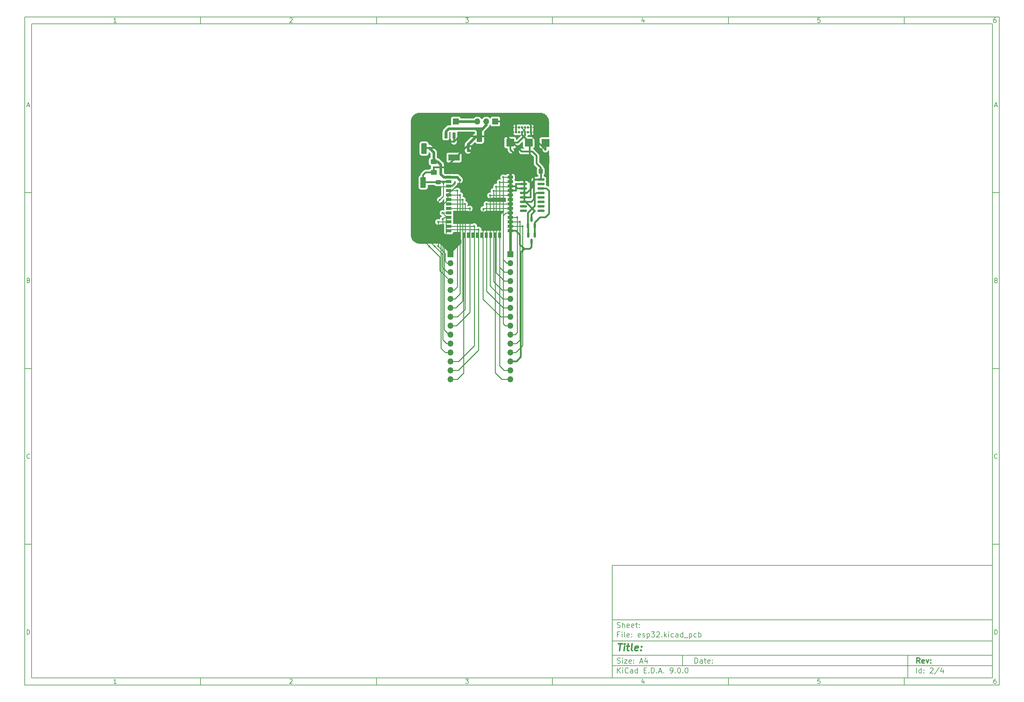
<source format=gbl>
G04 #@! TF.GenerationSoftware,KiCad,Pcbnew,9.0.0-9.0.0-2~ubuntu24.04.1*
G04 #@! TF.CreationDate,2025-04-22T15:17:51+02:00*
G04 #@! TF.ProjectId,esp32,65737033-322e-46b6-9963-61645f706362,rev?*
G04 #@! TF.SameCoordinates,Original*
G04 #@! TF.FileFunction,Copper,L2,Bot*
G04 #@! TF.FilePolarity,Positive*
%FSLAX46Y46*%
G04 Gerber Fmt 4.6, Leading zero omitted, Abs format (unit mm)*
G04 Created by KiCad (PCBNEW 9.0.0-9.0.0-2~ubuntu24.04.1) date 2025-04-22 15:17:51*
%MOMM*%
%LPD*%
G01*
G04 APERTURE LIST*
G04 Aperture macros list*
%AMRoundRect*
0 Rectangle with rounded corners*
0 $1 Rounding radius*
0 $2 $3 $4 $5 $6 $7 $8 $9 X,Y pos of 4 corners*
0 Add a 4 corners polygon primitive as box body*
4,1,4,$2,$3,$4,$5,$6,$7,$8,$9,$2,$3,0*
0 Add four circle primitives for the rounded corners*
1,1,$1+$1,$2,$3*
1,1,$1+$1,$4,$5*
1,1,$1+$1,$6,$7*
1,1,$1+$1,$8,$9*
0 Add four rect primitives between the rounded corners*
20,1,$1+$1,$2,$3,$4,$5,0*
20,1,$1+$1,$4,$5,$6,$7,0*
20,1,$1+$1,$6,$7,$8,$9,0*
20,1,$1+$1,$8,$9,$2,$3,0*%
G04 Aperture macros list end*
%ADD10C,0.100000*%
%ADD11C,0.150000*%
%ADD12C,0.300000*%
%ADD13C,0.400000*%
G04 #@! TA.AperFunction,ComponentPad*
%ADD14C,0.700000*%
G04 #@! TD*
G04 #@! TA.AperFunction,ComponentPad*
%ADD15O,0.900000X2.400000*%
G04 #@! TD*
G04 #@! TA.AperFunction,ComponentPad*
%ADD16O,0.900000X1.700000*%
G04 #@! TD*
G04 #@! TA.AperFunction,HeatsinkPad*
%ADD17C,0.600000*%
G04 #@! TD*
G04 #@! TA.AperFunction,ComponentPad*
%ADD18R,1.700000X1.700000*%
G04 #@! TD*
G04 #@! TA.AperFunction,ComponentPad*
%ADD19O,1.700000X1.700000*%
G04 #@! TD*
G04 #@! TA.AperFunction,ViaPad*
%ADD20C,0.600000*%
G04 #@! TD*
G04 #@! TA.AperFunction,Conductor*
%ADD21C,0.508000*%
G04 #@! TD*
G04 #@! TA.AperFunction,Conductor*
%ADD22C,0.254000*%
G04 #@! TD*
G04 #@! TA.AperFunction,Conductor*
%ADD23C,0.762000*%
G04 #@! TD*
G04 #@! TA.AperFunction,Conductor*
%ADD24C,0.299974*%
G04 #@! TD*
G04 #@! TA.AperFunction,SMDPad,CuDef*
%ADD25RoundRect,0.250000X0.550000X-1.250000X0.550000X1.250000X-0.550000X1.250000X-0.550000X-1.250000X0*%
G04 #@! TD*
G04 #@! TA.AperFunction,SMDPad,CuDef*
%ADD26RoundRect,0.250000X-0.475000X0.337500X-0.475000X-0.337500X0.475000X-0.337500X0.475000X0.337500X0*%
G04 #@! TD*
G04 #@! TA.AperFunction,SMDPad,CuDef*
%ADD27R,2.260000X2.160000*%
G04 #@! TD*
G04 #@! TA.AperFunction,SMDPad,CuDef*
%ADD28R,1.500000X0.900000*%
G04 #@! TD*
G04 #@! TA.AperFunction,SMDPad,CuDef*
%ADD29R,0.900000X1.500000*%
G04 #@! TD*
G04 #@! TA.AperFunction,SMDPad,CuDef*
%ADD30R,0.900000X0.900000*%
G04 #@! TD*
G04 #@! TA.AperFunction,SMDPad,CuDef*
%ADD31R,3.800000X3.800000*%
G04 #@! TD*
G04 #@! TA.AperFunction,SMDPad,CuDef*
%ADD32RoundRect,0.150000X-0.825000X-0.150000X0.825000X-0.150000X0.825000X0.150000X-0.825000X0.150000X0*%
G04 #@! TD*
G04 #@! TA.AperFunction,SMDPad,CuDef*
%ADD33RoundRect,0.150000X-0.150000X0.587500X-0.150000X-0.587500X0.150000X-0.587500X0.150000X0.587500X0*%
G04 #@! TD*
G04 #@! TA.AperFunction,SMDPad,CuDef*
%ADD34RoundRect,0.150000X0.150000X-0.587500X0.150000X0.587500X-0.150000X0.587500X-0.150000X-0.587500X0*%
G04 #@! TD*
G04 #@! TA.AperFunction,SMDPad,CuDef*
%ADD35RoundRect,0.250000X-0.550000X1.250000X-0.550000X-1.250000X0.550000X-1.250000X0.550000X1.250000X0*%
G04 #@! TD*
G04 #@! TA.AperFunction,SMDPad,CuDef*
%ADD36R,0.950000X1.750000*%
G04 #@! TD*
G04 #@! TA.AperFunction,SMDPad,CuDef*
%ADD37R,3.200000X1.750000*%
G04 #@! TD*
G04 #@! TA.AperFunction,SMDPad,CuDef*
%ADD38RoundRect,0.250000X0.337500X0.475000X-0.337500X0.475000X-0.337500X-0.475000X0.337500X-0.475000X0*%
G04 #@! TD*
G04 #@! TA.AperFunction,SMDPad,CuDef*
%ADD39RoundRect,0.250000X-0.625000X0.400000X-0.625000X-0.400000X0.625000X-0.400000X0.625000X0.400000X0*%
G04 #@! TD*
G04 #@! TA.AperFunction,Conductor*
%ADD40C,1.700000*%
G04 #@! TD*
G04 APERTURE END LIST*
D10*
D11*
X177002200Y-166007200D02*
X285002200Y-166007200D01*
X285002200Y-198007200D01*
X177002200Y-198007200D01*
X177002200Y-166007200D01*
D10*
D11*
X10000000Y-10000000D02*
X287002200Y-10000000D01*
X287002200Y-200007200D01*
X10000000Y-200007200D01*
X10000000Y-10000000D01*
D10*
D11*
X12000000Y-12000000D02*
X285002200Y-12000000D01*
X285002200Y-198007200D01*
X12000000Y-198007200D01*
X12000000Y-12000000D01*
D10*
D11*
X60000000Y-12000000D02*
X60000000Y-10000000D01*
D10*
D11*
X110000000Y-12000000D02*
X110000000Y-10000000D01*
D10*
D11*
X160000000Y-12000000D02*
X160000000Y-10000000D01*
D10*
D11*
X210000000Y-12000000D02*
X210000000Y-10000000D01*
D10*
D11*
X260000000Y-12000000D02*
X260000000Y-10000000D01*
D10*
D11*
X36089160Y-11593604D02*
X35346303Y-11593604D01*
X35717731Y-11593604D02*
X35717731Y-10293604D01*
X35717731Y-10293604D02*
X35593922Y-10479319D01*
X35593922Y-10479319D02*
X35470112Y-10603128D01*
X35470112Y-10603128D02*
X35346303Y-10665033D01*
D10*
D11*
X85346303Y-10417414D02*
X85408207Y-10355509D01*
X85408207Y-10355509D02*
X85532017Y-10293604D01*
X85532017Y-10293604D02*
X85841541Y-10293604D01*
X85841541Y-10293604D02*
X85965350Y-10355509D01*
X85965350Y-10355509D02*
X86027255Y-10417414D01*
X86027255Y-10417414D02*
X86089160Y-10541223D01*
X86089160Y-10541223D02*
X86089160Y-10665033D01*
X86089160Y-10665033D02*
X86027255Y-10850747D01*
X86027255Y-10850747D02*
X85284398Y-11593604D01*
X85284398Y-11593604D02*
X86089160Y-11593604D01*
D10*
D11*
X135284398Y-10293604D02*
X136089160Y-10293604D01*
X136089160Y-10293604D02*
X135655826Y-10788842D01*
X135655826Y-10788842D02*
X135841541Y-10788842D01*
X135841541Y-10788842D02*
X135965350Y-10850747D01*
X135965350Y-10850747D02*
X136027255Y-10912652D01*
X136027255Y-10912652D02*
X136089160Y-11036461D01*
X136089160Y-11036461D02*
X136089160Y-11345985D01*
X136089160Y-11345985D02*
X136027255Y-11469795D01*
X136027255Y-11469795D02*
X135965350Y-11531700D01*
X135965350Y-11531700D02*
X135841541Y-11593604D01*
X135841541Y-11593604D02*
X135470112Y-11593604D01*
X135470112Y-11593604D02*
X135346303Y-11531700D01*
X135346303Y-11531700D02*
X135284398Y-11469795D01*
D10*
D11*
X185965350Y-10726938D02*
X185965350Y-11593604D01*
X185655826Y-10231700D02*
X185346303Y-11160271D01*
X185346303Y-11160271D02*
X186151064Y-11160271D01*
D10*
D11*
X236027255Y-10293604D02*
X235408207Y-10293604D01*
X235408207Y-10293604D02*
X235346303Y-10912652D01*
X235346303Y-10912652D02*
X235408207Y-10850747D01*
X235408207Y-10850747D02*
X235532017Y-10788842D01*
X235532017Y-10788842D02*
X235841541Y-10788842D01*
X235841541Y-10788842D02*
X235965350Y-10850747D01*
X235965350Y-10850747D02*
X236027255Y-10912652D01*
X236027255Y-10912652D02*
X236089160Y-11036461D01*
X236089160Y-11036461D02*
X236089160Y-11345985D01*
X236089160Y-11345985D02*
X236027255Y-11469795D01*
X236027255Y-11469795D02*
X235965350Y-11531700D01*
X235965350Y-11531700D02*
X235841541Y-11593604D01*
X235841541Y-11593604D02*
X235532017Y-11593604D01*
X235532017Y-11593604D02*
X235408207Y-11531700D01*
X235408207Y-11531700D02*
X235346303Y-11469795D01*
D10*
D11*
X285965350Y-10293604D02*
X285717731Y-10293604D01*
X285717731Y-10293604D02*
X285593922Y-10355509D01*
X285593922Y-10355509D02*
X285532017Y-10417414D01*
X285532017Y-10417414D02*
X285408207Y-10603128D01*
X285408207Y-10603128D02*
X285346303Y-10850747D01*
X285346303Y-10850747D02*
X285346303Y-11345985D01*
X285346303Y-11345985D02*
X285408207Y-11469795D01*
X285408207Y-11469795D02*
X285470112Y-11531700D01*
X285470112Y-11531700D02*
X285593922Y-11593604D01*
X285593922Y-11593604D02*
X285841541Y-11593604D01*
X285841541Y-11593604D02*
X285965350Y-11531700D01*
X285965350Y-11531700D02*
X286027255Y-11469795D01*
X286027255Y-11469795D02*
X286089160Y-11345985D01*
X286089160Y-11345985D02*
X286089160Y-11036461D01*
X286089160Y-11036461D02*
X286027255Y-10912652D01*
X286027255Y-10912652D02*
X285965350Y-10850747D01*
X285965350Y-10850747D02*
X285841541Y-10788842D01*
X285841541Y-10788842D02*
X285593922Y-10788842D01*
X285593922Y-10788842D02*
X285470112Y-10850747D01*
X285470112Y-10850747D02*
X285408207Y-10912652D01*
X285408207Y-10912652D02*
X285346303Y-11036461D01*
D10*
D11*
X60000000Y-198007200D02*
X60000000Y-200007200D01*
D10*
D11*
X110000000Y-198007200D02*
X110000000Y-200007200D01*
D10*
D11*
X160000000Y-198007200D02*
X160000000Y-200007200D01*
D10*
D11*
X210000000Y-198007200D02*
X210000000Y-200007200D01*
D10*
D11*
X260000000Y-198007200D02*
X260000000Y-200007200D01*
D10*
D11*
X36089160Y-199600804D02*
X35346303Y-199600804D01*
X35717731Y-199600804D02*
X35717731Y-198300804D01*
X35717731Y-198300804D02*
X35593922Y-198486519D01*
X35593922Y-198486519D02*
X35470112Y-198610328D01*
X35470112Y-198610328D02*
X35346303Y-198672233D01*
D10*
D11*
X85346303Y-198424614D02*
X85408207Y-198362709D01*
X85408207Y-198362709D02*
X85532017Y-198300804D01*
X85532017Y-198300804D02*
X85841541Y-198300804D01*
X85841541Y-198300804D02*
X85965350Y-198362709D01*
X85965350Y-198362709D02*
X86027255Y-198424614D01*
X86027255Y-198424614D02*
X86089160Y-198548423D01*
X86089160Y-198548423D02*
X86089160Y-198672233D01*
X86089160Y-198672233D02*
X86027255Y-198857947D01*
X86027255Y-198857947D02*
X85284398Y-199600804D01*
X85284398Y-199600804D02*
X86089160Y-199600804D01*
D10*
D11*
X135284398Y-198300804D02*
X136089160Y-198300804D01*
X136089160Y-198300804D02*
X135655826Y-198796042D01*
X135655826Y-198796042D02*
X135841541Y-198796042D01*
X135841541Y-198796042D02*
X135965350Y-198857947D01*
X135965350Y-198857947D02*
X136027255Y-198919852D01*
X136027255Y-198919852D02*
X136089160Y-199043661D01*
X136089160Y-199043661D02*
X136089160Y-199353185D01*
X136089160Y-199353185D02*
X136027255Y-199476995D01*
X136027255Y-199476995D02*
X135965350Y-199538900D01*
X135965350Y-199538900D02*
X135841541Y-199600804D01*
X135841541Y-199600804D02*
X135470112Y-199600804D01*
X135470112Y-199600804D02*
X135346303Y-199538900D01*
X135346303Y-199538900D02*
X135284398Y-199476995D01*
D10*
D11*
X185965350Y-198734138D02*
X185965350Y-199600804D01*
X185655826Y-198238900D02*
X185346303Y-199167471D01*
X185346303Y-199167471D02*
X186151064Y-199167471D01*
D10*
D11*
X236027255Y-198300804D02*
X235408207Y-198300804D01*
X235408207Y-198300804D02*
X235346303Y-198919852D01*
X235346303Y-198919852D02*
X235408207Y-198857947D01*
X235408207Y-198857947D02*
X235532017Y-198796042D01*
X235532017Y-198796042D02*
X235841541Y-198796042D01*
X235841541Y-198796042D02*
X235965350Y-198857947D01*
X235965350Y-198857947D02*
X236027255Y-198919852D01*
X236027255Y-198919852D02*
X236089160Y-199043661D01*
X236089160Y-199043661D02*
X236089160Y-199353185D01*
X236089160Y-199353185D02*
X236027255Y-199476995D01*
X236027255Y-199476995D02*
X235965350Y-199538900D01*
X235965350Y-199538900D02*
X235841541Y-199600804D01*
X235841541Y-199600804D02*
X235532017Y-199600804D01*
X235532017Y-199600804D02*
X235408207Y-199538900D01*
X235408207Y-199538900D02*
X235346303Y-199476995D01*
D10*
D11*
X285965350Y-198300804D02*
X285717731Y-198300804D01*
X285717731Y-198300804D02*
X285593922Y-198362709D01*
X285593922Y-198362709D02*
X285532017Y-198424614D01*
X285532017Y-198424614D02*
X285408207Y-198610328D01*
X285408207Y-198610328D02*
X285346303Y-198857947D01*
X285346303Y-198857947D02*
X285346303Y-199353185D01*
X285346303Y-199353185D02*
X285408207Y-199476995D01*
X285408207Y-199476995D02*
X285470112Y-199538900D01*
X285470112Y-199538900D02*
X285593922Y-199600804D01*
X285593922Y-199600804D02*
X285841541Y-199600804D01*
X285841541Y-199600804D02*
X285965350Y-199538900D01*
X285965350Y-199538900D02*
X286027255Y-199476995D01*
X286027255Y-199476995D02*
X286089160Y-199353185D01*
X286089160Y-199353185D02*
X286089160Y-199043661D01*
X286089160Y-199043661D02*
X286027255Y-198919852D01*
X286027255Y-198919852D02*
X285965350Y-198857947D01*
X285965350Y-198857947D02*
X285841541Y-198796042D01*
X285841541Y-198796042D02*
X285593922Y-198796042D01*
X285593922Y-198796042D02*
X285470112Y-198857947D01*
X285470112Y-198857947D02*
X285408207Y-198919852D01*
X285408207Y-198919852D02*
X285346303Y-199043661D01*
D10*
D11*
X10000000Y-60000000D02*
X12000000Y-60000000D01*
D10*
D11*
X10000000Y-110000000D02*
X12000000Y-110000000D01*
D10*
D11*
X10000000Y-160000000D02*
X12000000Y-160000000D01*
D10*
D11*
X10690476Y-35222176D02*
X11309523Y-35222176D01*
X10566666Y-35593604D02*
X10999999Y-34293604D01*
X10999999Y-34293604D02*
X11433333Y-35593604D01*
D10*
D11*
X11092857Y-84912652D02*
X11278571Y-84974557D01*
X11278571Y-84974557D02*
X11340476Y-85036461D01*
X11340476Y-85036461D02*
X11402380Y-85160271D01*
X11402380Y-85160271D02*
X11402380Y-85345985D01*
X11402380Y-85345985D02*
X11340476Y-85469795D01*
X11340476Y-85469795D02*
X11278571Y-85531700D01*
X11278571Y-85531700D02*
X11154761Y-85593604D01*
X11154761Y-85593604D02*
X10659523Y-85593604D01*
X10659523Y-85593604D02*
X10659523Y-84293604D01*
X10659523Y-84293604D02*
X11092857Y-84293604D01*
X11092857Y-84293604D02*
X11216666Y-84355509D01*
X11216666Y-84355509D02*
X11278571Y-84417414D01*
X11278571Y-84417414D02*
X11340476Y-84541223D01*
X11340476Y-84541223D02*
X11340476Y-84665033D01*
X11340476Y-84665033D02*
X11278571Y-84788842D01*
X11278571Y-84788842D02*
X11216666Y-84850747D01*
X11216666Y-84850747D02*
X11092857Y-84912652D01*
X11092857Y-84912652D02*
X10659523Y-84912652D01*
D10*
D11*
X11402380Y-135469795D02*
X11340476Y-135531700D01*
X11340476Y-135531700D02*
X11154761Y-135593604D01*
X11154761Y-135593604D02*
X11030952Y-135593604D01*
X11030952Y-135593604D02*
X10845238Y-135531700D01*
X10845238Y-135531700D02*
X10721428Y-135407890D01*
X10721428Y-135407890D02*
X10659523Y-135284080D01*
X10659523Y-135284080D02*
X10597619Y-135036461D01*
X10597619Y-135036461D02*
X10597619Y-134850747D01*
X10597619Y-134850747D02*
X10659523Y-134603128D01*
X10659523Y-134603128D02*
X10721428Y-134479319D01*
X10721428Y-134479319D02*
X10845238Y-134355509D01*
X10845238Y-134355509D02*
X11030952Y-134293604D01*
X11030952Y-134293604D02*
X11154761Y-134293604D01*
X11154761Y-134293604D02*
X11340476Y-134355509D01*
X11340476Y-134355509D02*
X11402380Y-134417414D01*
D10*
D11*
X10659523Y-185593604D02*
X10659523Y-184293604D01*
X10659523Y-184293604D02*
X10969047Y-184293604D01*
X10969047Y-184293604D02*
X11154761Y-184355509D01*
X11154761Y-184355509D02*
X11278571Y-184479319D01*
X11278571Y-184479319D02*
X11340476Y-184603128D01*
X11340476Y-184603128D02*
X11402380Y-184850747D01*
X11402380Y-184850747D02*
X11402380Y-185036461D01*
X11402380Y-185036461D02*
X11340476Y-185284080D01*
X11340476Y-185284080D02*
X11278571Y-185407890D01*
X11278571Y-185407890D02*
X11154761Y-185531700D01*
X11154761Y-185531700D02*
X10969047Y-185593604D01*
X10969047Y-185593604D02*
X10659523Y-185593604D01*
D10*
D11*
X287002200Y-60000000D02*
X285002200Y-60000000D01*
D10*
D11*
X287002200Y-110000000D02*
X285002200Y-110000000D01*
D10*
D11*
X287002200Y-160000000D02*
X285002200Y-160000000D01*
D10*
D11*
X285692676Y-35222176D02*
X286311723Y-35222176D01*
X285568866Y-35593604D02*
X286002199Y-34293604D01*
X286002199Y-34293604D02*
X286435533Y-35593604D01*
D10*
D11*
X286095057Y-84912652D02*
X286280771Y-84974557D01*
X286280771Y-84974557D02*
X286342676Y-85036461D01*
X286342676Y-85036461D02*
X286404580Y-85160271D01*
X286404580Y-85160271D02*
X286404580Y-85345985D01*
X286404580Y-85345985D02*
X286342676Y-85469795D01*
X286342676Y-85469795D02*
X286280771Y-85531700D01*
X286280771Y-85531700D02*
X286156961Y-85593604D01*
X286156961Y-85593604D02*
X285661723Y-85593604D01*
X285661723Y-85593604D02*
X285661723Y-84293604D01*
X285661723Y-84293604D02*
X286095057Y-84293604D01*
X286095057Y-84293604D02*
X286218866Y-84355509D01*
X286218866Y-84355509D02*
X286280771Y-84417414D01*
X286280771Y-84417414D02*
X286342676Y-84541223D01*
X286342676Y-84541223D02*
X286342676Y-84665033D01*
X286342676Y-84665033D02*
X286280771Y-84788842D01*
X286280771Y-84788842D02*
X286218866Y-84850747D01*
X286218866Y-84850747D02*
X286095057Y-84912652D01*
X286095057Y-84912652D02*
X285661723Y-84912652D01*
D10*
D11*
X286404580Y-135469795D02*
X286342676Y-135531700D01*
X286342676Y-135531700D02*
X286156961Y-135593604D01*
X286156961Y-135593604D02*
X286033152Y-135593604D01*
X286033152Y-135593604D02*
X285847438Y-135531700D01*
X285847438Y-135531700D02*
X285723628Y-135407890D01*
X285723628Y-135407890D02*
X285661723Y-135284080D01*
X285661723Y-135284080D02*
X285599819Y-135036461D01*
X285599819Y-135036461D02*
X285599819Y-134850747D01*
X285599819Y-134850747D02*
X285661723Y-134603128D01*
X285661723Y-134603128D02*
X285723628Y-134479319D01*
X285723628Y-134479319D02*
X285847438Y-134355509D01*
X285847438Y-134355509D02*
X286033152Y-134293604D01*
X286033152Y-134293604D02*
X286156961Y-134293604D01*
X286156961Y-134293604D02*
X286342676Y-134355509D01*
X286342676Y-134355509D02*
X286404580Y-134417414D01*
D10*
D11*
X285661723Y-185593604D02*
X285661723Y-184293604D01*
X285661723Y-184293604D02*
X285971247Y-184293604D01*
X285971247Y-184293604D02*
X286156961Y-184355509D01*
X286156961Y-184355509D02*
X286280771Y-184479319D01*
X286280771Y-184479319D02*
X286342676Y-184603128D01*
X286342676Y-184603128D02*
X286404580Y-184850747D01*
X286404580Y-184850747D02*
X286404580Y-185036461D01*
X286404580Y-185036461D02*
X286342676Y-185284080D01*
X286342676Y-185284080D02*
X286280771Y-185407890D01*
X286280771Y-185407890D02*
X286156961Y-185531700D01*
X286156961Y-185531700D02*
X285971247Y-185593604D01*
X285971247Y-185593604D02*
X285661723Y-185593604D01*
D10*
D11*
X200458026Y-193793328D02*
X200458026Y-192293328D01*
X200458026Y-192293328D02*
X200815169Y-192293328D01*
X200815169Y-192293328D02*
X201029455Y-192364757D01*
X201029455Y-192364757D02*
X201172312Y-192507614D01*
X201172312Y-192507614D02*
X201243741Y-192650471D01*
X201243741Y-192650471D02*
X201315169Y-192936185D01*
X201315169Y-192936185D02*
X201315169Y-193150471D01*
X201315169Y-193150471D02*
X201243741Y-193436185D01*
X201243741Y-193436185D02*
X201172312Y-193579042D01*
X201172312Y-193579042D02*
X201029455Y-193721900D01*
X201029455Y-193721900D02*
X200815169Y-193793328D01*
X200815169Y-193793328D02*
X200458026Y-193793328D01*
X202600884Y-193793328D02*
X202600884Y-193007614D01*
X202600884Y-193007614D02*
X202529455Y-192864757D01*
X202529455Y-192864757D02*
X202386598Y-192793328D01*
X202386598Y-192793328D02*
X202100884Y-192793328D01*
X202100884Y-192793328D02*
X201958026Y-192864757D01*
X202600884Y-193721900D02*
X202458026Y-193793328D01*
X202458026Y-193793328D02*
X202100884Y-193793328D01*
X202100884Y-193793328D02*
X201958026Y-193721900D01*
X201958026Y-193721900D02*
X201886598Y-193579042D01*
X201886598Y-193579042D02*
X201886598Y-193436185D01*
X201886598Y-193436185D02*
X201958026Y-193293328D01*
X201958026Y-193293328D02*
X202100884Y-193221900D01*
X202100884Y-193221900D02*
X202458026Y-193221900D01*
X202458026Y-193221900D02*
X202600884Y-193150471D01*
X203100884Y-192793328D02*
X203672312Y-192793328D01*
X203315169Y-192293328D02*
X203315169Y-193579042D01*
X203315169Y-193579042D02*
X203386598Y-193721900D01*
X203386598Y-193721900D02*
X203529455Y-193793328D01*
X203529455Y-193793328D02*
X203672312Y-193793328D01*
X204743741Y-193721900D02*
X204600884Y-193793328D01*
X204600884Y-193793328D02*
X204315170Y-193793328D01*
X204315170Y-193793328D02*
X204172312Y-193721900D01*
X204172312Y-193721900D02*
X204100884Y-193579042D01*
X204100884Y-193579042D02*
X204100884Y-193007614D01*
X204100884Y-193007614D02*
X204172312Y-192864757D01*
X204172312Y-192864757D02*
X204315170Y-192793328D01*
X204315170Y-192793328D02*
X204600884Y-192793328D01*
X204600884Y-192793328D02*
X204743741Y-192864757D01*
X204743741Y-192864757D02*
X204815170Y-193007614D01*
X204815170Y-193007614D02*
X204815170Y-193150471D01*
X204815170Y-193150471D02*
X204100884Y-193293328D01*
X205458026Y-193650471D02*
X205529455Y-193721900D01*
X205529455Y-193721900D02*
X205458026Y-193793328D01*
X205458026Y-193793328D02*
X205386598Y-193721900D01*
X205386598Y-193721900D02*
X205458026Y-193650471D01*
X205458026Y-193650471D02*
X205458026Y-193793328D01*
X205458026Y-192864757D02*
X205529455Y-192936185D01*
X205529455Y-192936185D02*
X205458026Y-193007614D01*
X205458026Y-193007614D02*
X205386598Y-192936185D01*
X205386598Y-192936185D02*
X205458026Y-192864757D01*
X205458026Y-192864757D02*
X205458026Y-193007614D01*
D10*
D11*
X177002200Y-194507200D02*
X285002200Y-194507200D01*
D10*
D11*
X178458026Y-196593328D02*
X178458026Y-195093328D01*
X179315169Y-196593328D02*
X178672312Y-195736185D01*
X179315169Y-195093328D02*
X178458026Y-195950471D01*
X179958026Y-196593328D02*
X179958026Y-195593328D01*
X179958026Y-195093328D02*
X179886598Y-195164757D01*
X179886598Y-195164757D02*
X179958026Y-195236185D01*
X179958026Y-195236185D02*
X180029455Y-195164757D01*
X180029455Y-195164757D02*
X179958026Y-195093328D01*
X179958026Y-195093328D02*
X179958026Y-195236185D01*
X181529455Y-196450471D02*
X181458027Y-196521900D01*
X181458027Y-196521900D02*
X181243741Y-196593328D01*
X181243741Y-196593328D02*
X181100884Y-196593328D01*
X181100884Y-196593328D02*
X180886598Y-196521900D01*
X180886598Y-196521900D02*
X180743741Y-196379042D01*
X180743741Y-196379042D02*
X180672312Y-196236185D01*
X180672312Y-196236185D02*
X180600884Y-195950471D01*
X180600884Y-195950471D02*
X180600884Y-195736185D01*
X180600884Y-195736185D02*
X180672312Y-195450471D01*
X180672312Y-195450471D02*
X180743741Y-195307614D01*
X180743741Y-195307614D02*
X180886598Y-195164757D01*
X180886598Y-195164757D02*
X181100884Y-195093328D01*
X181100884Y-195093328D02*
X181243741Y-195093328D01*
X181243741Y-195093328D02*
X181458027Y-195164757D01*
X181458027Y-195164757D02*
X181529455Y-195236185D01*
X182815170Y-196593328D02*
X182815170Y-195807614D01*
X182815170Y-195807614D02*
X182743741Y-195664757D01*
X182743741Y-195664757D02*
X182600884Y-195593328D01*
X182600884Y-195593328D02*
X182315170Y-195593328D01*
X182315170Y-195593328D02*
X182172312Y-195664757D01*
X182815170Y-196521900D02*
X182672312Y-196593328D01*
X182672312Y-196593328D02*
X182315170Y-196593328D01*
X182315170Y-196593328D02*
X182172312Y-196521900D01*
X182172312Y-196521900D02*
X182100884Y-196379042D01*
X182100884Y-196379042D02*
X182100884Y-196236185D01*
X182100884Y-196236185D02*
X182172312Y-196093328D01*
X182172312Y-196093328D02*
X182315170Y-196021900D01*
X182315170Y-196021900D02*
X182672312Y-196021900D01*
X182672312Y-196021900D02*
X182815170Y-195950471D01*
X184172313Y-196593328D02*
X184172313Y-195093328D01*
X184172313Y-196521900D02*
X184029455Y-196593328D01*
X184029455Y-196593328D02*
X183743741Y-196593328D01*
X183743741Y-196593328D02*
X183600884Y-196521900D01*
X183600884Y-196521900D02*
X183529455Y-196450471D01*
X183529455Y-196450471D02*
X183458027Y-196307614D01*
X183458027Y-196307614D02*
X183458027Y-195879042D01*
X183458027Y-195879042D02*
X183529455Y-195736185D01*
X183529455Y-195736185D02*
X183600884Y-195664757D01*
X183600884Y-195664757D02*
X183743741Y-195593328D01*
X183743741Y-195593328D02*
X184029455Y-195593328D01*
X184029455Y-195593328D02*
X184172313Y-195664757D01*
X186029455Y-195807614D02*
X186529455Y-195807614D01*
X186743741Y-196593328D02*
X186029455Y-196593328D01*
X186029455Y-196593328D02*
X186029455Y-195093328D01*
X186029455Y-195093328D02*
X186743741Y-195093328D01*
X187386598Y-196450471D02*
X187458027Y-196521900D01*
X187458027Y-196521900D02*
X187386598Y-196593328D01*
X187386598Y-196593328D02*
X187315170Y-196521900D01*
X187315170Y-196521900D02*
X187386598Y-196450471D01*
X187386598Y-196450471D02*
X187386598Y-196593328D01*
X188100884Y-196593328D02*
X188100884Y-195093328D01*
X188100884Y-195093328D02*
X188458027Y-195093328D01*
X188458027Y-195093328D02*
X188672313Y-195164757D01*
X188672313Y-195164757D02*
X188815170Y-195307614D01*
X188815170Y-195307614D02*
X188886599Y-195450471D01*
X188886599Y-195450471D02*
X188958027Y-195736185D01*
X188958027Y-195736185D02*
X188958027Y-195950471D01*
X188958027Y-195950471D02*
X188886599Y-196236185D01*
X188886599Y-196236185D02*
X188815170Y-196379042D01*
X188815170Y-196379042D02*
X188672313Y-196521900D01*
X188672313Y-196521900D02*
X188458027Y-196593328D01*
X188458027Y-196593328D02*
X188100884Y-196593328D01*
X189600884Y-196450471D02*
X189672313Y-196521900D01*
X189672313Y-196521900D02*
X189600884Y-196593328D01*
X189600884Y-196593328D02*
X189529456Y-196521900D01*
X189529456Y-196521900D02*
X189600884Y-196450471D01*
X189600884Y-196450471D02*
X189600884Y-196593328D01*
X190243742Y-196164757D02*
X190958028Y-196164757D01*
X190100885Y-196593328D02*
X190600885Y-195093328D01*
X190600885Y-195093328D02*
X191100885Y-196593328D01*
X191600884Y-196450471D02*
X191672313Y-196521900D01*
X191672313Y-196521900D02*
X191600884Y-196593328D01*
X191600884Y-196593328D02*
X191529456Y-196521900D01*
X191529456Y-196521900D02*
X191600884Y-196450471D01*
X191600884Y-196450471D02*
X191600884Y-196593328D01*
X193529456Y-196593328D02*
X193815170Y-196593328D01*
X193815170Y-196593328D02*
X193958027Y-196521900D01*
X193958027Y-196521900D02*
X194029456Y-196450471D01*
X194029456Y-196450471D02*
X194172313Y-196236185D01*
X194172313Y-196236185D02*
X194243742Y-195950471D01*
X194243742Y-195950471D02*
X194243742Y-195379042D01*
X194243742Y-195379042D02*
X194172313Y-195236185D01*
X194172313Y-195236185D02*
X194100885Y-195164757D01*
X194100885Y-195164757D02*
X193958027Y-195093328D01*
X193958027Y-195093328D02*
X193672313Y-195093328D01*
X193672313Y-195093328D02*
X193529456Y-195164757D01*
X193529456Y-195164757D02*
X193458027Y-195236185D01*
X193458027Y-195236185D02*
X193386599Y-195379042D01*
X193386599Y-195379042D02*
X193386599Y-195736185D01*
X193386599Y-195736185D02*
X193458027Y-195879042D01*
X193458027Y-195879042D02*
X193529456Y-195950471D01*
X193529456Y-195950471D02*
X193672313Y-196021900D01*
X193672313Y-196021900D02*
X193958027Y-196021900D01*
X193958027Y-196021900D02*
X194100885Y-195950471D01*
X194100885Y-195950471D02*
X194172313Y-195879042D01*
X194172313Y-195879042D02*
X194243742Y-195736185D01*
X194886598Y-196450471D02*
X194958027Y-196521900D01*
X194958027Y-196521900D02*
X194886598Y-196593328D01*
X194886598Y-196593328D02*
X194815170Y-196521900D01*
X194815170Y-196521900D02*
X194886598Y-196450471D01*
X194886598Y-196450471D02*
X194886598Y-196593328D01*
X195886599Y-195093328D02*
X196029456Y-195093328D01*
X196029456Y-195093328D02*
X196172313Y-195164757D01*
X196172313Y-195164757D02*
X196243742Y-195236185D01*
X196243742Y-195236185D02*
X196315170Y-195379042D01*
X196315170Y-195379042D02*
X196386599Y-195664757D01*
X196386599Y-195664757D02*
X196386599Y-196021900D01*
X196386599Y-196021900D02*
X196315170Y-196307614D01*
X196315170Y-196307614D02*
X196243742Y-196450471D01*
X196243742Y-196450471D02*
X196172313Y-196521900D01*
X196172313Y-196521900D02*
X196029456Y-196593328D01*
X196029456Y-196593328D02*
X195886599Y-196593328D01*
X195886599Y-196593328D02*
X195743742Y-196521900D01*
X195743742Y-196521900D02*
X195672313Y-196450471D01*
X195672313Y-196450471D02*
X195600884Y-196307614D01*
X195600884Y-196307614D02*
X195529456Y-196021900D01*
X195529456Y-196021900D02*
X195529456Y-195664757D01*
X195529456Y-195664757D02*
X195600884Y-195379042D01*
X195600884Y-195379042D02*
X195672313Y-195236185D01*
X195672313Y-195236185D02*
X195743742Y-195164757D01*
X195743742Y-195164757D02*
X195886599Y-195093328D01*
X197029455Y-196450471D02*
X197100884Y-196521900D01*
X197100884Y-196521900D02*
X197029455Y-196593328D01*
X197029455Y-196593328D02*
X196958027Y-196521900D01*
X196958027Y-196521900D02*
X197029455Y-196450471D01*
X197029455Y-196450471D02*
X197029455Y-196593328D01*
X198029456Y-195093328D02*
X198172313Y-195093328D01*
X198172313Y-195093328D02*
X198315170Y-195164757D01*
X198315170Y-195164757D02*
X198386599Y-195236185D01*
X198386599Y-195236185D02*
X198458027Y-195379042D01*
X198458027Y-195379042D02*
X198529456Y-195664757D01*
X198529456Y-195664757D02*
X198529456Y-196021900D01*
X198529456Y-196021900D02*
X198458027Y-196307614D01*
X198458027Y-196307614D02*
X198386599Y-196450471D01*
X198386599Y-196450471D02*
X198315170Y-196521900D01*
X198315170Y-196521900D02*
X198172313Y-196593328D01*
X198172313Y-196593328D02*
X198029456Y-196593328D01*
X198029456Y-196593328D02*
X197886599Y-196521900D01*
X197886599Y-196521900D02*
X197815170Y-196450471D01*
X197815170Y-196450471D02*
X197743741Y-196307614D01*
X197743741Y-196307614D02*
X197672313Y-196021900D01*
X197672313Y-196021900D02*
X197672313Y-195664757D01*
X197672313Y-195664757D02*
X197743741Y-195379042D01*
X197743741Y-195379042D02*
X197815170Y-195236185D01*
X197815170Y-195236185D02*
X197886599Y-195164757D01*
X197886599Y-195164757D02*
X198029456Y-195093328D01*
D10*
D11*
X177002200Y-191507200D02*
X285002200Y-191507200D01*
D10*
D12*
X264413853Y-193785528D02*
X263913853Y-193071242D01*
X263556710Y-193785528D02*
X263556710Y-192285528D01*
X263556710Y-192285528D02*
X264128139Y-192285528D01*
X264128139Y-192285528D02*
X264270996Y-192356957D01*
X264270996Y-192356957D02*
X264342425Y-192428385D01*
X264342425Y-192428385D02*
X264413853Y-192571242D01*
X264413853Y-192571242D02*
X264413853Y-192785528D01*
X264413853Y-192785528D02*
X264342425Y-192928385D01*
X264342425Y-192928385D02*
X264270996Y-192999814D01*
X264270996Y-192999814D02*
X264128139Y-193071242D01*
X264128139Y-193071242D02*
X263556710Y-193071242D01*
X265628139Y-193714100D02*
X265485282Y-193785528D01*
X265485282Y-193785528D02*
X265199568Y-193785528D01*
X265199568Y-193785528D02*
X265056710Y-193714100D01*
X265056710Y-193714100D02*
X264985282Y-193571242D01*
X264985282Y-193571242D02*
X264985282Y-192999814D01*
X264985282Y-192999814D02*
X265056710Y-192856957D01*
X265056710Y-192856957D02*
X265199568Y-192785528D01*
X265199568Y-192785528D02*
X265485282Y-192785528D01*
X265485282Y-192785528D02*
X265628139Y-192856957D01*
X265628139Y-192856957D02*
X265699568Y-192999814D01*
X265699568Y-192999814D02*
X265699568Y-193142671D01*
X265699568Y-193142671D02*
X264985282Y-193285528D01*
X266199567Y-192785528D02*
X266556710Y-193785528D01*
X266556710Y-193785528D02*
X266913853Y-192785528D01*
X267485281Y-193642671D02*
X267556710Y-193714100D01*
X267556710Y-193714100D02*
X267485281Y-193785528D01*
X267485281Y-193785528D02*
X267413853Y-193714100D01*
X267413853Y-193714100D02*
X267485281Y-193642671D01*
X267485281Y-193642671D02*
X267485281Y-193785528D01*
X267485281Y-192856957D02*
X267556710Y-192928385D01*
X267556710Y-192928385D02*
X267485281Y-192999814D01*
X267485281Y-192999814D02*
X267413853Y-192928385D01*
X267413853Y-192928385D02*
X267485281Y-192856957D01*
X267485281Y-192856957D02*
X267485281Y-192999814D01*
D10*
D11*
X178386598Y-193721900D02*
X178600884Y-193793328D01*
X178600884Y-193793328D02*
X178958026Y-193793328D01*
X178958026Y-193793328D02*
X179100884Y-193721900D01*
X179100884Y-193721900D02*
X179172312Y-193650471D01*
X179172312Y-193650471D02*
X179243741Y-193507614D01*
X179243741Y-193507614D02*
X179243741Y-193364757D01*
X179243741Y-193364757D02*
X179172312Y-193221900D01*
X179172312Y-193221900D02*
X179100884Y-193150471D01*
X179100884Y-193150471D02*
X178958026Y-193079042D01*
X178958026Y-193079042D02*
X178672312Y-193007614D01*
X178672312Y-193007614D02*
X178529455Y-192936185D01*
X178529455Y-192936185D02*
X178458026Y-192864757D01*
X178458026Y-192864757D02*
X178386598Y-192721900D01*
X178386598Y-192721900D02*
X178386598Y-192579042D01*
X178386598Y-192579042D02*
X178458026Y-192436185D01*
X178458026Y-192436185D02*
X178529455Y-192364757D01*
X178529455Y-192364757D02*
X178672312Y-192293328D01*
X178672312Y-192293328D02*
X179029455Y-192293328D01*
X179029455Y-192293328D02*
X179243741Y-192364757D01*
X179886597Y-193793328D02*
X179886597Y-192793328D01*
X179886597Y-192293328D02*
X179815169Y-192364757D01*
X179815169Y-192364757D02*
X179886597Y-192436185D01*
X179886597Y-192436185D02*
X179958026Y-192364757D01*
X179958026Y-192364757D02*
X179886597Y-192293328D01*
X179886597Y-192293328D02*
X179886597Y-192436185D01*
X180458026Y-192793328D02*
X181243741Y-192793328D01*
X181243741Y-192793328D02*
X180458026Y-193793328D01*
X180458026Y-193793328D02*
X181243741Y-193793328D01*
X182386598Y-193721900D02*
X182243741Y-193793328D01*
X182243741Y-193793328D02*
X181958027Y-193793328D01*
X181958027Y-193793328D02*
X181815169Y-193721900D01*
X181815169Y-193721900D02*
X181743741Y-193579042D01*
X181743741Y-193579042D02*
X181743741Y-193007614D01*
X181743741Y-193007614D02*
X181815169Y-192864757D01*
X181815169Y-192864757D02*
X181958027Y-192793328D01*
X181958027Y-192793328D02*
X182243741Y-192793328D01*
X182243741Y-192793328D02*
X182386598Y-192864757D01*
X182386598Y-192864757D02*
X182458027Y-193007614D01*
X182458027Y-193007614D02*
X182458027Y-193150471D01*
X182458027Y-193150471D02*
X181743741Y-193293328D01*
X183100883Y-193650471D02*
X183172312Y-193721900D01*
X183172312Y-193721900D02*
X183100883Y-193793328D01*
X183100883Y-193793328D02*
X183029455Y-193721900D01*
X183029455Y-193721900D02*
X183100883Y-193650471D01*
X183100883Y-193650471D02*
X183100883Y-193793328D01*
X183100883Y-192864757D02*
X183172312Y-192936185D01*
X183172312Y-192936185D02*
X183100883Y-193007614D01*
X183100883Y-193007614D02*
X183029455Y-192936185D01*
X183029455Y-192936185D02*
X183100883Y-192864757D01*
X183100883Y-192864757D02*
X183100883Y-193007614D01*
X184886598Y-193364757D02*
X185600884Y-193364757D01*
X184743741Y-193793328D02*
X185243741Y-192293328D01*
X185243741Y-192293328D02*
X185743741Y-193793328D01*
X186886598Y-192793328D02*
X186886598Y-193793328D01*
X186529455Y-192221900D02*
X186172312Y-193293328D01*
X186172312Y-193293328D02*
X187100883Y-193293328D01*
D10*
D11*
X263458026Y-196593328D02*
X263458026Y-195093328D01*
X264815170Y-196593328D02*
X264815170Y-195093328D01*
X264815170Y-196521900D02*
X264672312Y-196593328D01*
X264672312Y-196593328D02*
X264386598Y-196593328D01*
X264386598Y-196593328D02*
X264243741Y-196521900D01*
X264243741Y-196521900D02*
X264172312Y-196450471D01*
X264172312Y-196450471D02*
X264100884Y-196307614D01*
X264100884Y-196307614D02*
X264100884Y-195879042D01*
X264100884Y-195879042D02*
X264172312Y-195736185D01*
X264172312Y-195736185D02*
X264243741Y-195664757D01*
X264243741Y-195664757D02*
X264386598Y-195593328D01*
X264386598Y-195593328D02*
X264672312Y-195593328D01*
X264672312Y-195593328D02*
X264815170Y-195664757D01*
X265529455Y-196450471D02*
X265600884Y-196521900D01*
X265600884Y-196521900D02*
X265529455Y-196593328D01*
X265529455Y-196593328D02*
X265458027Y-196521900D01*
X265458027Y-196521900D02*
X265529455Y-196450471D01*
X265529455Y-196450471D02*
X265529455Y-196593328D01*
X265529455Y-195664757D02*
X265600884Y-195736185D01*
X265600884Y-195736185D02*
X265529455Y-195807614D01*
X265529455Y-195807614D02*
X265458027Y-195736185D01*
X265458027Y-195736185D02*
X265529455Y-195664757D01*
X265529455Y-195664757D02*
X265529455Y-195807614D01*
X267315170Y-195236185D02*
X267386598Y-195164757D01*
X267386598Y-195164757D02*
X267529456Y-195093328D01*
X267529456Y-195093328D02*
X267886598Y-195093328D01*
X267886598Y-195093328D02*
X268029456Y-195164757D01*
X268029456Y-195164757D02*
X268100884Y-195236185D01*
X268100884Y-195236185D02*
X268172313Y-195379042D01*
X268172313Y-195379042D02*
X268172313Y-195521900D01*
X268172313Y-195521900D02*
X268100884Y-195736185D01*
X268100884Y-195736185D02*
X267243741Y-196593328D01*
X267243741Y-196593328D02*
X268172313Y-196593328D01*
X269886598Y-195021900D02*
X268600884Y-196950471D01*
X271029456Y-195593328D02*
X271029456Y-196593328D01*
X270672313Y-195021900D02*
X270315170Y-196093328D01*
X270315170Y-196093328D02*
X271243741Y-196093328D01*
D10*
D11*
X177002200Y-187507200D02*
X285002200Y-187507200D01*
D10*
D13*
X178693928Y-188211638D02*
X179836785Y-188211638D01*
X179015357Y-190211638D02*
X179265357Y-188211638D01*
X180253452Y-190211638D02*
X180420119Y-188878304D01*
X180503452Y-188211638D02*
X180396309Y-188306876D01*
X180396309Y-188306876D02*
X180479643Y-188402114D01*
X180479643Y-188402114D02*
X180586786Y-188306876D01*
X180586786Y-188306876D02*
X180503452Y-188211638D01*
X180503452Y-188211638D02*
X180479643Y-188402114D01*
X181086786Y-188878304D02*
X181848690Y-188878304D01*
X181455833Y-188211638D02*
X181241548Y-189925923D01*
X181241548Y-189925923D02*
X181312976Y-190116400D01*
X181312976Y-190116400D02*
X181491548Y-190211638D01*
X181491548Y-190211638D02*
X181682024Y-190211638D01*
X182634405Y-190211638D02*
X182455833Y-190116400D01*
X182455833Y-190116400D02*
X182384405Y-189925923D01*
X182384405Y-189925923D02*
X182598690Y-188211638D01*
X184170119Y-190116400D02*
X183967738Y-190211638D01*
X183967738Y-190211638D02*
X183586785Y-190211638D01*
X183586785Y-190211638D02*
X183408214Y-190116400D01*
X183408214Y-190116400D02*
X183336785Y-189925923D01*
X183336785Y-189925923D02*
X183432024Y-189164019D01*
X183432024Y-189164019D02*
X183551071Y-188973542D01*
X183551071Y-188973542D02*
X183753452Y-188878304D01*
X183753452Y-188878304D02*
X184134404Y-188878304D01*
X184134404Y-188878304D02*
X184312976Y-188973542D01*
X184312976Y-188973542D02*
X184384404Y-189164019D01*
X184384404Y-189164019D02*
X184360595Y-189354495D01*
X184360595Y-189354495D02*
X183384404Y-189544971D01*
X185134405Y-190021161D02*
X185217738Y-190116400D01*
X185217738Y-190116400D02*
X185110595Y-190211638D01*
X185110595Y-190211638D02*
X185027262Y-190116400D01*
X185027262Y-190116400D02*
X185134405Y-190021161D01*
X185134405Y-190021161D02*
X185110595Y-190211638D01*
X185265357Y-188973542D02*
X185348690Y-189068780D01*
X185348690Y-189068780D02*
X185241548Y-189164019D01*
X185241548Y-189164019D02*
X185158214Y-189068780D01*
X185158214Y-189068780D02*
X185265357Y-188973542D01*
X185265357Y-188973542D02*
X185241548Y-189164019D01*
D10*
D11*
X178958026Y-185607614D02*
X178458026Y-185607614D01*
X178458026Y-186393328D02*
X178458026Y-184893328D01*
X178458026Y-184893328D02*
X179172312Y-184893328D01*
X179743740Y-186393328D02*
X179743740Y-185393328D01*
X179743740Y-184893328D02*
X179672312Y-184964757D01*
X179672312Y-184964757D02*
X179743740Y-185036185D01*
X179743740Y-185036185D02*
X179815169Y-184964757D01*
X179815169Y-184964757D02*
X179743740Y-184893328D01*
X179743740Y-184893328D02*
X179743740Y-185036185D01*
X180672312Y-186393328D02*
X180529455Y-186321900D01*
X180529455Y-186321900D02*
X180458026Y-186179042D01*
X180458026Y-186179042D02*
X180458026Y-184893328D01*
X181815169Y-186321900D02*
X181672312Y-186393328D01*
X181672312Y-186393328D02*
X181386598Y-186393328D01*
X181386598Y-186393328D02*
X181243740Y-186321900D01*
X181243740Y-186321900D02*
X181172312Y-186179042D01*
X181172312Y-186179042D02*
X181172312Y-185607614D01*
X181172312Y-185607614D02*
X181243740Y-185464757D01*
X181243740Y-185464757D02*
X181386598Y-185393328D01*
X181386598Y-185393328D02*
X181672312Y-185393328D01*
X181672312Y-185393328D02*
X181815169Y-185464757D01*
X181815169Y-185464757D02*
X181886598Y-185607614D01*
X181886598Y-185607614D02*
X181886598Y-185750471D01*
X181886598Y-185750471D02*
X181172312Y-185893328D01*
X182529454Y-186250471D02*
X182600883Y-186321900D01*
X182600883Y-186321900D02*
X182529454Y-186393328D01*
X182529454Y-186393328D02*
X182458026Y-186321900D01*
X182458026Y-186321900D02*
X182529454Y-186250471D01*
X182529454Y-186250471D02*
X182529454Y-186393328D01*
X182529454Y-185464757D02*
X182600883Y-185536185D01*
X182600883Y-185536185D02*
X182529454Y-185607614D01*
X182529454Y-185607614D02*
X182458026Y-185536185D01*
X182458026Y-185536185D02*
X182529454Y-185464757D01*
X182529454Y-185464757D02*
X182529454Y-185607614D01*
X184958026Y-186321900D02*
X184815169Y-186393328D01*
X184815169Y-186393328D02*
X184529455Y-186393328D01*
X184529455Y-186393328D02*
X184386597Y-186321900D01*
X184386597Y-186321900D02*
X184315169Y-186179042D01*
X184315169Y-186179042D02*
X184315169Y-185607614D01*
X184315169Y-185607614D02*
X184386597Y-185464757D01*
X184386597Y-185464757D02*
X184529455Y-185393328D01*
X184529455Y-185393328D02*
X184815169Y-185393328D01*
X184815169Y-185393328D02*
X184958026Y-185464757D01*
X184958026Y-185464757D02*
X185029455Y-185607614D01*
X185029455Y-185607614D02*
X185029455Y-185750471D01*
X185029455Y-185750471D02*
X184315169Y-185893328D01*
X185600883Y-186321900D02*
X185743740Y-186393328D01*
X185743740Y-186393328D02*
X186029454Y-186393328D01*
X186029454Y-186393328D02*
X186172311Y-186321900D01*
X186172311Y-186321900D02*
X186243740Y-186179042D01*
X186243740Y-186179042D02*
X186243740Y-186107614D01*
X186243740Y-186107614D02*
X186172311Y-185964757D01*
X186172311Y-185964757D02*
X186029454Y-185893328D01*
X186029454Y-185893328D02*
X185815169Y-185893328D01*
X185815169Y-185893328D02*
X185672311Y-185821900D01*
X185672311Y-185821900D02*
X185600883Y-185679042D01*
X185600883Y-185679042D02*
X185600883Y-185607614D01*
X185600883Y-185607614D02*
X185672311Y-185464757D01*
X185672311Y-185464757D02*
X185815169Y-185393328D01*
X185815169Y-185393328D02*
X186029454Y-185393328D01*
X186029454Y-185393328D02*
X186172311Y-185464757D01*
X186886597Y-185393328D02*
X186886597Y-186893328D01*
X186886597Y-185464757D02*
X187029455Y-185393328D01*
X187029455Y-185393328D02*
X187315169Y-185393328D01*
X187315169Y-185393328D02*
X187458026Y-185464757D01*
X187458026Y-185464757D02*
X187529455Y-185536185D01*
X187529455Y-185536185D02*
X187600883Y-185679042D01*
X187600883Y-185679042D02*
X187600883Y-186107614D01*
X187600883Y-186107614D02*
X187529455Y-186250471D01*
X187529455Y-186250471D02*
X187458026Y-186321900D01*
X187458026Y-186321900D02*
X187315169Y-186393328D01*
X187315169Y-186393328D02*
X187029455Y-186393328D01*
X187029455Y-186393328D02*
X186886597Y-186321900D01*
X188100883Y-184893328D02*
X189029455Y-184893328D01*
X189029455Y-184893328D02*
X188529455Y-185464757D01*
X188529455Y-185464757D02*
X188743740Y-185464757D01*
X188743740Y-185464757D02*
X188886598Y-185536185D01*
X188886598Y-185536185D02*
X188958026Y-185607614D01*
X188958026Y-185607614D02*
X189029455Y-185750471D01*
X189029455Y-185750471D02*
X189029455Y-186107614D01*
X189029455Y-186107614D02*
X188958026Y-186250471D01*
X188958026Y-186250471D02*
X188886598Y-186321900D01*
X188886598Y-186321900D02*
X188743740Y-186393328D01*
X188743740Y-186393328D02*
X188315169Y-186393328D01*
X188315169Y-186393328D02*
X188172312Y-186321900D01*
X188172312Y-186321900D02*
X188100883Y-186250471D01*
X189600883Y-185036185D02*
X189672311Y-184964757D01*
X189672311Y-184964757D02*
X189815169Y-184893328D01*
X189815169Y-184893328D02*
X190172311Y-184893328D01*
X190172311Y-184893328D02*
X190315169Y-184964757D01*
X190315169Y-184964757D02*
X190386597Y-185036185D01*
X190386597Y-185036185D02*
X190458026Y-185179042D01*
X190458026Y-185179042D02*
X190458026Y-185321900D01*
X190458026Y-185321900D02*
X190386597Y-185536185D01*
X190386597Y-185536185D02*
X189529454Y-186393328D01*
X189529454Y-186393328D02*
X190458026Y-186393328D01*
X191100882Y-186250471D02*
X191172311Y-186321900D01*
X191172311Y-186321900D02*
X191100882Y-186393328D01*
X191100882Y-186393328D02*
X191029454Y-186321900D01*
X191029454Y-186321900D02*
X191100882Y-186250471D01*
X191100882Y-186250471D02*
X191100882Y-186393328D01*
X191815168Y-186393328D02*
X191815168Y-184893328D01*
X191958026Y-185821900D02*
X192386597Y-186393328D01*
X192386597Y-185393328D02*
X191815168Y-185964757D01*
X193029454Y-186393328D02*
X193029454Y-185393328D01*
X193029454Y-184893328D02*
X192958026Y-184964757D01*
X192958026Y-184964757D02*
X193029454Y-185036185D01*
X193029454Y-185036185D02*
X193100883Y-184964757D01*
X193100883Y-184964757D02*
X193029454Y-184893328D01*
X193029454Y-184893328D02*
X193029454Y-185036185D01*
X194386598Y-186321900D02*
X194243740Y-186393328D01*
X194243740Y-186393328D02*
X193958026Y-186393328D01*
X193958026Y-186393328D02*
X193815169Y-186321900D01*
X193815169Y-186321900D02*
X193743740Y-186250471D01*
X193743740Y-186250471D02*
X193672312Y-186107614D01*
X193672312Y-186107614D02*
X193672312Y-185679042D01*
X193672312Y-185679042D02*
X193743740Y-185536185D01*
X193743740Y-185536185D02*
X193815169Y-185464757D01*
X193815169Y-185464757D02*
X193958026Y-185393328D01*
X193958026Y-185393328D02*
X194243740Y-185393328D01*
X194243740Y-185393328D02*
X194386598Y-185464757D01*
X195672312Y-186393328D02*
X195672312Y-185607614D01*
X195672312Y-185607614D02*
X195600883Y-185464757D01*
X195600883Y-185464757D02*
X195458026Y-185393328D01*
X195458026Y-185393328D02*
X195172312Y-185393328D01*
X195172312Y-185393328D02*
X195029454Y-185464757D01*
X195672312Y-186321900D02*
X195529454Y-186393328D01*
X195529454Y-186393328D02*
X195172312Y-186393328D01*
X195172312Y-186393328D02*
X195029454Y-186321900D01*
X195029454Y-186321900D02*
X194958026Y-186179042D01*
X194958026Y-186179042D02*
X194958026Y-186036185D01*
X194958026Y-186036185D02*
X195029454Y-185893328D01*
X195029454Y-185893328D02*
X195172312Y-185821900D01*
X195172312Y-185821900D02*
X195529454Y-185821900D01*
X195529454Y-185821900D02*
X195672312Y-185750471D01*
X197029455Y-186393328D02*
X197029455Y-184893328D01*
X197029455Y-186321900D02*
X196886597Y-186393328D01*
X196886597Y-186393328D02*
X196600883Y-186393328D01*
X196600883Y-186393328D02*
X196458026Y-186321900D01*
X196458026Y-186321900D02*
X196386597Y-186250471D01*
X196386597Y-186250471D02*
X196315169Y-186107614D01*
X196315169Y-186107614D02*
X196315169Y-185679042D01*
X196315169Y-185679042D02*
X196386597Y-185536185D01*
X196386597Y-185536185D02*
X196458026Y-185464757D01*
X196458026Y-185464757D02*
X196600883Y-185393328D01*
X196600883Y-185393328D02*
X196886597Y-185393328D01*
X196886597Y-185393328D02*
X197029455Y-185464757D01*
X197386598Y-186536185D02*
X198529455Y-186536185D01*
X198886597Y-185393328D02*
X198886597Y-186893328D01*
X198886597Y-185464757D02*
X199029455Y-185393328D01*
X199029455Y-185393328D02*
X199315169Y-185393328D01*
X199315169Y-185393328D02*
X199458026Y-185464757D01*
X199458026Y-185464757D02*
X199529455Y-185536185D01*
X199529455Y-185536185D02*
X199600883Y-185679042D01*
X199600883Y-185679042D02*
X199600883Y-186107614D01*
X199600883Y-186107614D02*
X199529455Y-186250471D01*
X199529455Y-186250471D02*
X199458026Y-186321900D01*
X199458026Y-186321900D02*
X199315169Y-186393328D01*
X199315169Y-186393328D02*
X199029455Y-186393328D01*
X199029455Y-186393328D02*
X198886597Y-186321900D01*
X200886598Y-186321900D02*
X200743740Y-186393328D01*
X200743740Y-186393328D02*
X200458026Y-186393328D01*
X200458026Y-186393328D02*
X200315169Y-186321900D01*
X200315169Y-186321900D02*
X200243740Y-186250471D01*
X200243740Y-186250471D02*
X200172312Y-186107614D01*
X200172312Y-186107614D02*
X200172312Y-185679042D01*
X200172312Y-185679042D02*
X200243740Y-185536185D01*
X200243740Y-185536185D02*
X200315169Y-185464757D01*
X200315169Y-185464757D02*
X200458026Y-185393328D01*
X200458026Y-185393328D02*
X200743740Y-185393328D01*
X200743740Y-185393328D02*
X200886598Y-185464757D01*
X201529454Y-186393328D02*
X201529454Y-184893328D01*
X201529454Y-185464757D02*
X201672312Y-185393328D01*
X201672312Y-185393328D02*
X201958026Y-185393328D01*
X201958026Y-185393328D02*
X202100883Y-185464757D01*
X202100883Y-185464757D02*
X202172312Y-185536185D01*
X202172312Y-185536185D02*
X202243740Y-185679042D01*
X202243740Y-185679042D02*
X202243740Y-186107614D01*
X202243740Y-186107614D02*
X202172312Y-186250471D01*
X202172312Y-186250471D02*
X202100883Y-186321900D01*
X202100883Y-186321900D02*
X201958026Y-186393328D01*
X201958026Y-186393328D02*
X201672312Y-186393328D01*
X201672312Y-186393328D02*
X201529454Y-186321900D01*
D10*
D11*
X177002200Y-181507200D02*
X285002200Y-181507200D01*
D10*
D11*
X178386598Y-183621900D02*
X178600884Y-183693328D01*
X178600884Y-183693328D02*
X178958026Y-183693328D01*
X178958026Y-183693328D02*
X179100884Y-183621900D01*
X179100884Y-183621900D02*
X179172312Y-183550471D01*
X179172312Y-183550471D02*
X179243741Y-183407614D01*
X179243741Y-183407614D02*
X179243741Y-183264757D01*
X179243741Y-183264757D02*
X179172312Y-183121900D01*
X179172312Y-183121900D02*
X179100884Y-183050471D01*
X179100884Y-183050471D02*
X178958026Y-182979042D01*
X178958026Y-182979042D02*
X178672312Y-182907614D01*
X178672312Y-182907614D02*
X178529455Y-182836185D01*
X178529455Y-182836185D02*
X178458026Y-182764757D01*
X178458026Y-182764757D02*
X178386598Y-182621900D01*
X178386598Y-182621900D02*
X178386598Y-182479042D01*
X178386598Y-182479042D02*
X178458026Y-182336185D01*
X178458026Y-182336185D02*
X178529455Y-182264757D01*
X178529455Y-182264757D02*
X178672312Y-182193328D01*
X178672312Y-182193328D02*
X179029455Y-182193328D01*
X179029455Y-182193328D02*
X179243741Y-182264757D01*
X179886597Y-183693328D02*
X179886597Y-182193328D01*
X180529455Y-183693328D02*
X180529455Y-182907614D01*
X180529455Y-182907614D02*
X180458026Y-182764757D01*
X180458026Y-182764757D02*
X180315169Y-182693328D01*
X180315169Y-182693328D02*
X180100883Y-182693328D01*
X180100883Y-182693328D02*
X179958026Y-182764757D01*
X179958026Y-182764757D02*
X179886597Y-182836185D01*
X181815169Y-183621900D02*
X181672312Y-183693328D01*
X181672312Y-183693328D02*
X181386598Y-183693328D01*
X181386598Y-183693328D02*
X181243740Y-183621900D01*
X181243740Y-183621900D02*
X181172312Y-183479042D01*
X181172312Y-183479042D02*
X181172312Y-182907614D01*
X181172312Y-182907614D02*
X181243740Y-182764757D01*
X181243740Y-182764757D02*
X181386598Y-182693328D01*
X181386598Y-182693328D02*
X181672312Y-182693328D01*
X181672312Y-182693328D02*
X181815169Y-182764757D01*
X181815169Y-182764757D02*
X181886598Y-182907614D01*
X181886598Y-182907614D02*
X181886598Y-183050471D01*
X181886598Y-183050471D02*
X181172312Y-183193328D01*
X183100883Y-183621900D02*
X182958026Y-183693328D01*
X182958026Y-183693328D02*
X182672312Y-183693328D01*
X182672312Y-183693328D02*
X182529454Y-183621900D01*
X182529454Y-183621900D02*
X182458026Y-183479042D01*
X182458026Y-183479042D02*
X182458026Y-182907614D01*
X182458026Y-182907614D02*
X182529454Y-182764757D01*
X182529454Y-182764757D02*
X182672312Y-182693328D01*
X182672312Y-182693328D02*
X182958026Y-182693328D01*
X182958026Y-182693328D02*
X183100883Y-182764757D01*
X183100883Y-182764757D02*
X183172312Y-182907614D01*
X183172312Y-182907614D02*
X183172312Y-183050471D01*
X183172312Y-183050471D02*
X182458026Y-183193328D01*
X183600883Y-182693328D02*
X184172311Y-182693328D01*
X183815168Y-182193328D02*
X183815168Y-183479042D01*
X183815168Y-183479042D02*
X183886597Y-183621900D01*
X183886597Y-183621900D02*
X184029454Y-183693328D01*
X184029454Y-183693328D02*
X184172311Y-183693328D01*
X184672311Y-183550471D02*
X184743740Y-183621900D01*
X184743740Y-183621900D02*
X184672311Y-183693328D01*
X184672311Y-183693328D02*
X184600883Y-183621900D01*
X184600883Y-183621900D02*
X184672311Y-183550471D01*
X184672311Y-183550471D02*
X184672311Y-183693328D01*
X184672311Y-182764757D02*
X184743740Y-182836185D01*
X184743740Y-182836185D02*
X184672311Y-182907614D01*
X184672311Y-182907614D02*
X184600883Y-182836185D01*
X184600883Y-182836185D02*
X184672311Y-182764757D01*
X184672311Y-182764757D02*
X184672311Y-182907614D01*
D10*
D11*
X197002200Y-191507200D02*
X197002200Y-194507200D01*
D10*
D11*
X261002200Y-191507200D02*
X261002200Y-198007200D01*
D14*
X154725000Y-42775000D03*
X153875000Y-42775000D03*
X153025000Y-42775000D03*
X152175000Y-42775000D03*
X151325000Y-42775000D03*
X150475000Y-42775000D03*
X149625000Y-42775000D03*
X148775000Y-42775000D03*
X148775000Y-41425000D03*
X149625000Y-41425000D03*
X150475000Y-41425000D03*
X151325000Y-41425000D03*
X152175000Y-41425000D03*
X153025000Y-41425000D03*
X153875000Y-41425000D03*
X154725000Y-41425000D03*
D15*
X156075000Y-41795000D03*
D16*
X156075000Y-38415000D03*
D15*
X147425000Y-41795000D03*
D16*
X147425000Y-38415000D03*
D17*
X136350000Y-60980000D03*
X136350000Y-62380000D03*
X137050000Y-60280000D03*
X137050000Y-61680000D03*
X137050000Y-63080000D03*
X137750000Y-60980000D03*
X137750000Y-62380000D03*
X138450000Y-60280000D03*
X138450000Y-61680000D03*
X138450000Y-63080000D03*
X139150000Y-60980000D03*
X139150000Y-62380000D03*
D18*
X132525000Y-39750000D03*
D19*
X129985000Y-39750000D03*
D18*
X143750000Y-39750000D03*
D19*
X141210000Y-39750000D03*
X138670000Y-39750000D03*
D18*
X148000000Y-77500000D03*
D19*
X148000000Y-80040000D03*
X148000000Y-82580000D03*
X148000000Y-85120000D03*
X148000000Y-87660000D03*
X148000000Y-90200000D03*
X148000000Y-92740000D03*
X148000000Y-95280000D03*
X148000000Y-97820000D03*
X148000000Y-100360000D03*
X148000000Y-102900000D03*
X148000000Y-105440000D03*
X148000000Y-107980000D03*
X148000000Y-110520000D03*
X148000000Y-113060000D03*
D18*
X131000000Y-77500000D03*
D19*
X131000000Y-80040000D03*
X131000000Y-82580000D03*
X131000000Y-85120000D03*
X131000000Y-87660000D03*
X131000000Y-90200000D03*
X131000000Y-92740000D03*
X131000000Y-95280000D03*
X131000000Y-97820000D03*
X131000000Y-100360000D03*
X131000000Y-102900000D03*
X131000000Y-105440000D03*
X131000000Y-107980000D03*
X131000000Y-110520000D03*
X131000000Y-113060000D03*
D20*
X128000000Y-62000000D03*
X155000000Y-65250000D03*
X126500000Y-75250000D03*
X126250000Y-52750000D03*
X151250000Y-48250000D03*
X125000000Y-47250000D03*
X132000000Y-45500000D03*
X133625000Y-56375000D03*
X127500000Y-75250000D03*
X136000000Y-48000000D03*
X158000000Y-47750000D03*
X132250000Y-57000000D03*
X124993144Y-75256856D03*
X128750000Y-65770000D03*
X134500000Y-62000000D03*
X133000000Y-59420000D03*
X133750000Y-60690000D03*
X137750000Y-69500000D03*
X135127000Y-63230000D03*
X136500000Y-64500000D03*
X127500000Y-68310000D03*
X139000000Y-70500000D03*
X128795000Y-67545000D03*
X144000000Y-58250000D03*
X150750000Y-68310000D03*
X140375000Y-64625000D03*
X150000000Y-67040000D03*
X141250000Y-63230000D03*
X146000000Y-55610000D03*
X142250000Y-60750000D03*
X145000000Y-57000000D03*
X151500000Y-69500000D03*
X149656800Y-59420000D03*
X149656800Y-57480000D03*
X143250000Y-59500000D03*
X148250000Y-48000000D03*
X153750000Y-61290000D03*
X153504000Y-47500000D03*
X154000000Y-62560000D03*
D21*
X152000000Y-56750000D02*
X149625000Y-54375000D01*
D22*
X126500000Y-75250000D02*
X125000000Y-73750000D01*
D21*
X145250000Y-46750000D02*
X135750000Y-46750000D01*
X149625000Y-51125000D02*
X145250000Y-46750000D01*
X135750000Y-46750000D02*
X129750000Y-52750000D01*
X129750000Y-52750000D02*
X126250000Y-52750000D01*
X154966841Y-65216841D02*
X152000000Y-62250000D01*
D22*
X125000000Y-73750000D02*
X125000000Y-65000000D01*
D21*
X152000000Y-62250000D02*
X152000000Y-56750000D01*
D22*
X125000000Y-65000000D02*
X128000000Y-62000000D01*
D21*
X155000000Y-65250000D02*
X154966841Y-65283159D01*
X149625000Y-54375000D02*
X149625000Y-51125000D01*
X154966841Y-65283159D02*
X154966841Y-65216841D01*
D22*
X126500000Y-73000000D02*
X127500000Y-74000000D01*
X127500000Y-74000000D02*
X127500000Y-75250000D01*
D21*
X127750000Y-47250000D02*
X125000000Y-47250000D01*
X133500000Y-44000000D02*
X132000000Y-45500000D01*
D22*
X133625000Y-57125000D02*
X130250000Y-60500000D01*
X130250000Y-60500000D02*
X130250000Y-62000000D01*
X126500000Y-65750000D02*
X126500000Y-73000000D01*
D21*
X151250000Y-48250000D02*
X147000000Y-44000000D01*
D22*
X130250000Y-62000000D02*
X126500000Y-65750000D01*
X133625000Y-56375000D02*
X133625000Y-57125000D01*
D21*
X129500000Y-45500000D02*
X127750000Y-47250000D01*
X147000000Y-44000000D02*
X133500000Y-44000000D01*
X132000000Y-45500000D02*
X129500000Y-45500000D01*
D23*
X136000000Y-48000000D02*
X143500000Y-48000000D01*
X148000000Y-52500000D02*
X148000000Y-77500000D01*
X143500000Y-48000000D02*
X148000000Y-52500000D01*
D21*
X153920000Y-42920000D02*
X153920000Y-43670000D01*
X149650000Y-40550000D02*
X150450000Y-39750000D01*
X153875000Y-42775000D02*
X153875000Y-41425000D01*
X148850000Y-39750000D02*
X149650000Y-39750000D01*
X153875000Y-41425000D02*
X153875000Y-40775000D01*
X153875000Y-40775000D02*
X152850000Y-39750000D01*
X153920000Y-43670000D02*
X158000000Y-47750000D01*
X153875000Y-42775000D02*
X153875000Y-42875000D01*
X150450000Y-39750000D02*
X150500000Y-39750000D01*
X149650000Y-39750000D02*
X150500000Y-39750000D01*
X149650000Y-40550000D02*
X149650000Y-42750000D01*
X143750000Y-39750000D02*
X148850000Y-39750000D01*
X150500000Y-39750000D02*
X152850000Y-39750000D01*
X149650000Y-42750000D02*
X149625000Y-42775000D01*
X149650000Y-40550000D02*
X148850000Y-39750000D01*
X149650000Y-39750000D02*
X149650000Y-40550000D01*
X153875000Y-42875000D02*
X153920000Y-42920000D01*
D22*
X123250000Y-73500000D02*
X123250000Y-61500000D01*
X124993144Y-75243144D02*
X123250000Y-73500000D01*
X131000000Y-58250000D02*
X132250000Y-57000000D01*
X126500000Y-58250000D02*
X131000000Y-58250000D01*
X124993144Y-75256856D02*
X124993144Y-75243144D01*
X123250000Y-61500000D02*
X126500000Y-58250000D01*
X129250000Y-73000000D02*
X129250000Y-99000000D01*
X129750000Y-72500000D02*
X129250000Y-73000000D01*
X129250000Y-99000000D02*
X130610000Y-100360000D01*
X129750000Y-66750000D02*
X129750000Y-72500000D01*
X130610000Y-100360000D02*
X131000000Y-100360000D01*
X128750000Y-65770000D02*
X128770000Y-65770000D01*
X128770000Y-65770000D02*
X129750000Y-66750000D01*
X134500000Y-90750000D02*
X132510000Y-92740000D01*
X134500000Y-62000000D02*
X134500000Y-90750000D01*
X132510000Y-92740000D02*
X131000000Y-92740000D01*
X132090000Y-87660000D02*
X133000000Y-86750000D01*
X131000000Y-87660000D02*
X132090000Y-87660000D01*
X133000000Y-86750000D02*
X133000000Y-59500000D01*
X133750000Y-60750000D02*
X133750000Y-88750000D01*
X132300000Y-90200000D02*
X131000000Y-90200000D01*
X133750000Y-88750000D02*
X132300000Y-90200000D01*
X137750000Y-69500000D02*
X137750000Y-92500000D01*
X137750000Y-92250000D02*
X137750000Y-103500000D01*
X137750000Y-103500000D02*
X133270000Y-107980000D01*
X133270000Y-107980000D02*
X131000000Y-107980000D01*
X137750000Y-92500000D02*
X137750000Y-92250000D01*
X135127000Y-63230000D02*
X135127000Y-93123000D01*
X132970000Y-95280000D02*
X131000000Y-95280000D01*
X135127000Y-93123000D02*
X132970000Y-95280000D01*
X132680000Y-97820000D02*
X131000000Y-97820000D01*
X136500000Y-94000000D02*
X132680000Y-97820000D01*
X136500000Y-64500000D02*
X136500000Y-94000000D01*
X128340000Y-104250000D02*
X128340000Y-73090000D01*
X129530000Y-105440000D02*
X128340000Y-104250000D01*
X127500000Y-72250000D02*
X127500000Y-68500000D01*
X130810000Y-105250000D02*
X131000000Y-105440000D01*
X128340000Y-73090000D02*
X127500000Y-72250000D01*
X131000000Y-105440000D02*
X129530000Y-105440000D01*
X131000000Y-110520000D02*
X133230000Y-110520000D01*
X133230000Y-110520000D02*
X139000000Y-104750000D01*
X139000000Y-104750000D02*
X139000000Y-70500000D01*
X129900000Y-102900000D02*
X131000000Y-102900000D01*
X128795000Y-67545000D02*
X128795000Y-101795000D01*
X128795000Y-101795000D02*
X129900000Y-102900000D01*
X146370000Y-85120000D02*
X144000000Y-82750000D01*
X144000000Y-82750000D02*
X144000000Y-58250000D01*
X148000000Y-85120000D02*
X146370000Y-85120000D01*
X150750000Y-68433000D02*
X150750000Y-101900000D01*
X150627000Y-68310000D02*
X150750000Y-68433000D01*
X149750000Y-102900000D02*
X148000000Y-102900000D01*
X150750000Y-68310000D02*
X150627000Y-68310000D01*
X150750000Y-101900000D02*
X149750000Y-102900000D01*
X145280000Y-95280000D02*
X148000000Y-95280000D01*
X140250000Y-90250000D02*
X145280000Y-95280000D01*
X140375000Y-64625000D02*
X140250000Y-64750000D01*
X140250000Y-64750000D02*
X140250000Y-90250000D01*
X148000000Y-100360000D02*
X149390000Y-100360000D01*
X149390000Y-100360000D02*
X150000000Y-99750000D01*
X150000000Y-99750000D02*
X150000000Y-67250000D01*
X145990000Y-92740000D02*
X141250000Y-88000000D01*
X148000000Y-92740000D02*
X145990000Y-92740000D01*
X141250000Y-88000000D02*
X141250000Y-63230000D01*
X146000000Y-79000000D02*
X146000000Y-55610000D01*
X148000000Y-80040000D02*
X147040000Y-80040000D01*
X147040000Y-80040000D02*
X146000000Y-79000000D01*
X142250000Y-86500000D02*
X145950000Y-90200000D01*
X142250000Y-63632127D02*
X142250000Y-60750000D01*
X145950000Y-90200000D02*
X148000000Y-90200000D01*
X142250000Y-63632127D02*
X142250000Y-86500000D01*
X146330000Y-82580000D02*
X148000000Y-82580000D01*
X145000000Y-81250000D02*
X146330000Y-82580000D01*
X145000000Y-57000000D02*
X145000000Y-81250000D01*
X151500000Y-103500000D02*
X149560000Y-105440000D01*
X151500000Y-69500000D02*
X151500000Y-103500000D01*
X149560000Y-105440000D02*
X148000000Y-105440000D01*
X148000000Y-87660000D02*
X145660000Y-87660000D01*
D21*
X149656800Y-59420000D02*
X149656800Y-57500000D01*
D22*
X143250000Y-85250000D02*
X143250000Y-59500000D01*
X145660000Y-87660000D02*
X143250000Y-85250000D01*
D24*
X152175000Y-42775000D02*
X152175000Y-42425000D01*
X151325000Y-41575000D02*
X151325000Y-41425000D01*
X152175000Y-42425000D02*
X151325000Y-41575000D01*
D21*
X153750000Y-53500000D02*
X148250000Y-48000000D01*
X153750000Y-61290000D02*
X153750000Y-53500000D01*
X154750000Y-52500000D02*
X154750000Y-61810000D01*
X154750000Y-61810000D02*
X154000000Y-62560000D01*
X153504000Y-51254000D02*
X154750000Y-52500000D01*
X151325000Y-42775000D02*
X151325000Y-43575000D01*
X151325000Y-43575000D02*
X153504000Y-45754000D01*
X153504000Y-47500000D02*
X153504000Y-51254000D01*
X153504000Y-45754000D02*
X153504000Y-47500000D01*
D25*
X123500000Y-47450000D03*
X123500000Y-43050000D03*
D26*
X127500000Y-57000000D03*
X127500000Y-59075000D03*
D27*
X153250000Y-50650000D03*
X153250000Y-45750000D03*
X148000000Y-50650000D03*
X148000000Y-45750000D03*
D14*
X154725000Y-42775000D03*
X153875000Y-42775000D03*
X153025000Y-42775000D03*
X152175000Y-42775000D03*
X151325000Y-42775000D03*
X150475000Y-42775000D03*
X149625000Y-42775000D03*
X148775000Y-42775000D03*
X148775000Y-41425000D03*
X149625000Y-41425000D03*
X150475000Y-41425000D03*
X151325000Y-41425000D03*
X152175000Y-41425000D03*
X153025000Y-41425000D03*
X153875000Y-41425000D03*
X154725000Y-41425000D03*
D15*
X156075000Y-41795000D03*
D16*
X156075000Y-38415000D03*
D15*
X147425000Y-41795000D03*
D16*
X147425000Y-38415000D03*
D28*
X130500000Y-54340000D03*
X130500000Y-55610000D03*
X130500000Y-56880000D03*
X130500000Y-58150000D03*
X130500000Y-59420000D03*
X130500000Y-60690000D03*
X130500000Y-61960000D03*
X130500000Y-63230000D03*
X130500000Y-64500000D03*
X130500000Y-65770000D03*
X130500000Y-67040000D03*
X130500000Y-68310000D03*
X130500000Y-69580000D03*
X130500000Y-70850000D03*
D29*
X133535000Y-72100000D03*
X134805000Y-72100000D03*
X136075000Y-72100000D03*
X137345000Y-72100000D03*
X138615000Y-72100000D03*
X139885000Y-72100000D03*
X141155000Y-72100000D03*
X142425000Y-72100000D03*
X143695000Y-72100000D03*
X144965000Y-72100000D03*
D28*
X148000000Y-70850000D03*
X148000000Y-69580000D03*
X148000000Y-68310000D03*
X148000000Y-67040000D03*
X148000000Y-65770000D03*
X148000000Y-64500000D03*
X148000000Y-63230000D03*
X148000000Y-61960000D03*
X148000000Y-60690000D03*
X148000000Y-59420000D03*
X148000000Y-58150000D03*
X148000000Y-56880000D03*
X148000000Y-55610000D03*
X148000000Y-54340000D03*
D30*
X136350000Y-60280000D03*
D17*
X136350000Y-60980000D03*
D30*
X136350000Y-61680000D03*
D17*
X136350000Y-62380000D03*
D30*
X136350000Y-63080000D03*
D17*
X137050000Y-60280000D03*
X137050000Y-61680000D03*
X137050000Y-63080000D03*
D30*
X137750000Y-60280000D03*
D17*
X137750000Y-60980000D03*
D30*
X137750000Y-61680000D03*
D31*
X137750000Y-61680000D03*
D17*
X137750000Y-62380000D03*
D30*
X137750000Y-63080000D03*
D17*
X138450000Y-60280000D03*
X138450000Y-61680000D03*
X138450000Y-63080000D03*
D30*
X139150000Y-60280000D03*
D17*
X139150000Y-60980000D03*
D30*
X139150000Y-61680000D03*
D17*
X139150000Y-62380000D03*
D30*
X139150000Y-63080000D03*
D32*
X151775000Y-56210000D03*
X151775000Y-57480000D03*
X151775000Y-58750000D03*
X151775000Y-60020000D03*
X151775000Y-61290000D03*
X151775000Y-62560000D03*
X151775000Y-63830000D03*
X151775000Y-65100000D03*
X156725000Y-65100000D03*
X156725000Y-63830000D03*
X156725000Y-62560000D03*
X156725000Y-61290000D03*
X156725000Y-60020000D03*
X156725000Y-58750000D03*
X156725000Y-57480000D03*
X156725000Y-56210000D03*
D27*
X158000000Y-50700000D03*
X158000000Y-45800000D03*
D33*
X155000000Y-72000000D03*
X153100000Y-72000000D03*
X154050000Y-73875000D03*
D34*
X153050000Y-69375000D03*
X154950000Y-69375000D03*
X154000000Y-67500000D03*
D35*
X123250000Y-57100000D03*
X123250000Y-61500000D03*
D18*
X132525000Y-39750000D03*
D19*
X129985000Y-39750000D03*
D18*
X143750000Y-39750000D03*
D19*
X141210000Y-39750000D03*
X138670000Y-39750000D03*
D36*
X134300000Y-43700000D03*
X132000000Y-43700000D03*
D37*
X132000000Y-50000000D03*
D36*
X129700000Y-43700000D03*
D38*
X156687500Y-53900000D03*
X154612500Y-53900000D03*
D39*
X126250000Y-51150000D03*
X126250000Y-54250000D03*
D35*
X139250000Y-44050000D03*
X139250000Y-48450000D03*
D18*
X148000000Y-77500000D03*
D19*
X148000000Y-80040000D03*
X148000000Y-82580000D03*
X148000000Y-85120000D03*
X148000000Y-87660000D03*
X148000000Y-90200000D03*
X148000000Y-92740000D03*
X148000000Y-95280000D03*
X148000000Y-97820000D03*
X148000000Y-100360000D03*
X148000000Y-102900000D03*
X148000000Y-105440000D03*
X148000000Y-107980000D03*
X148000000Y-110520000D03*
X148000000Y-113060000D03*
D18*
X131000000Y-77500000D03*
D19*
X131000000Y-80040000D03*
X131000000Y-82580000D03*
X131000000Y-85120000D03*
X131000000Y-87660000D03*
X131000000Y-90200000D03*
X131000000Y-92740000D03*
X131000000Y-95280000D03*
X131000000Y-97820000D03*
X131000000Y-100360000D03*
X131000000Y-102900000D03*
X131000000Y-105440000D03*
X131000000Y-107980000D03*
X131000000Y-110520000D03*
X131000000Y-113060000D03*
D20*
X128000000Y-62000000D03*
X155000000Y-65250000D03*
X126500000Y-75250000D03*
X126250000Y-52750000D03*
X151250000Y-48250000D03*
X125000000Y-47250000D03*
X132000000Y-45500000D03*
X133625000Y-56375000D03*
X127500000Y-75250000D03*
X136000000Y-48000000D03*
X158000000Y-47750000D03*
X132250000Y-57000000D03*
X124993144Y-75256856D03*
X128750000Y-65770000D03*
X134500000Y-62000000D03*
X133000000Y-59420000D03*
X133750000Y-60690000D03*
X137750000Y-69500000D03*
X135127000Y-63230000D03*
X136500000Y-64500000D03*
X127500000Y-68310000D03*
X139000000Y-70500000D03*
X128795000Y-67545000D03*
X144000000Y-58250000D03*
X150750000Y-68310000D03*
X140375000Y-64625000D03*
X150000000Y-67040000D03*
X141250000Y-63230000D03*
X146000000Y-55610000D03*
X142250000Y-60750000D03*
X145000000Y-57000000D03*
X151500000Y-69500000D03*
X149656800Y-59420000D03*
X149656800Y-57480000D03*
X143250000Y-59500000D03*
X148250000Y-48000000D03*
X153750000Y-61290000D03*
X153504000Y-47500000D03*
X154000000Y-62560000D03*
D22*
X128000000Y-62000000D02*
X129000000Y-61000000D01*
D21*
X127620000Y-56880000D02*
X127500000Y-57000000D01*
D22*
X129000000Y-61000000D02*
X129000000Y-57500000D01*
X129000000Y-57380000D02*
X128500000Y-56880000D01*
D21*
X129500000Y-56880000D02*
X129000000Y-56880000D01*
D22*
X129000000Y-57380000D02*
X129500000Y-56880000D01*
D21*
X123250000Y-55000000D02*
X124000000Y-54250000D01*
X129000000Y-56880000D02*
X128500000Y-56880000D01*
X154000000Y-66250000D02*
X155000000Y-65250000D01*
D22*
X129000000Y-57500000D02*
X129000000Y-57380000D01*
D21*
X123250000Y-57050000D02*
X123250000Y-55000000D01*
X128500000Y-56880000D02*
X127620000Y-56880000D01*
D22*
X129000000Y-57500000D02*
X129000000Y-56880000D01*
X128750000Y-77500000D02*
X128750000Y-81250000D01*
X130080000Y-82580000D02*
X131000000Y-82580000D01*
D21*
X126250000Y-54250000D02*
X126250000Y-52750000D01*
X154000000Y-67500000D02*
X154000000Y-66250000D01*
X123250000Y-57050000D02*
X123300000Y-57000000D01*
X123300000Y-57000000D02*
X123750000Y-56550000D01*
D22*
X128750000Y-81250000D02*
X130080000Y-82580000D01*
D21*
X130500000Y-56880000D02*
X129500000Y-56880000D01*
D22*
X126500000Y-75250000D02*
X128750000Y-77500000D01*
D21*
X124000000Y-54250000D02*
X126250000Y-54250000D01*
X128000000Y-57000000D02*
X123300000Y-57000000D01*
D40*
X131000000Y-77500000D02*
X131000000Y-76250000D01*
X131000000Y-76250000D02*
X131000000Y-74250000D01*
X131000000Y-76250000D02*
X133250000Y-74000000D01*
D21*
X133535000Y-72100000D02*
X133500000Y-72135000D01*
D40*
X131000000Y-76250000D02*
X128500000Y-73750000D01*
D21*
X151250000Y-48250000D02*
X153186268Y-48250000D01*
X156700000Y-52900000D02*
X156700000Y-54250000D01*
X156700000Y-54250000D02*
X156725000Y-54275000D01*
X156725000Y-54275000D02*
X156725000Y-56210000D01*
X151775000Y-60020000D02*
X152730000Y-60020000D01*
D23*
X127400000Y-51150000D02*
X128250000Y-52000000D01*
D21*
X152730000Y-60020000D02*
X154250000Y-58500000D01*
D22*
X129500000Y-77250000D02*
X129500000Y-79500000D01*
X130040000Y-80040000D02*
X131000000Y-80040000D01*
D21*
X153191268Y-48255000D02*
X154255000Y-48255000D01*
D23*
X128250000Y-52000000D02*
X128250000Y-54750000D01*
X130500000Y-55610000D02*
X132860000Y-55610000D01*
X129110000Y-55610000D02*
X130500000Y-55610000D01*
D22*
X127500000Y-75250000D02*
X129500000Y-77250000D01*
D21*
X155040000Y-56210000D02*
X156725000Y-56210000D01*
X154255000Y-48255000D02*
X155500000Y-49500000D01*
X123700000Y-47250000D02*
X123500000Y-47450000D01*
X154250000Y-58500000D02*
X154250000Y-57000000D01*
X155500000Y-51700000D02*
X156700000Y-52900000D01*
X125000000Y-47250000D02*
X123700000Y-47250000D01*
X155500000Y-49500000D02*
X155500000Y-51700000D01*
D23*
X126250000Y-51150000D02*
X127400000Y-51150000D01*
X126250000Y-51150000D02*
X126250000Y-48500000D01*
D21*
X153186268Y-48250000D02*
X153191268Y-48255000D01*
D23*
X126250000Y-48500000D02*
X125000000Y-47250000D01*
X128250000Y-54750000D02*
X129110000Y-55610000D01*
D22*
X129500000Y-79500000D02*
X130040000Y-80040000D01*
D21*
X132000000Y-45500000D02*
X132000000Y-43700000D01*
X154250000Y-57000000D02*
X155040000Y-56210000D01*
D23*
X132860000Y-55610000D02*
X133625000Y-56375000D01*
X138250000Y-41750000D02*
X139000000Y-41750000D01*
X139250000Y-44050000D02*
X139250000Y-42750000D01*
X138200000Y-44050000D02*
X139250000Y-44050000D01*
X136000000Y-46250000D02*
X138200000Y-44050000D01*
X129700000Y-43700000D02*
X129750000Y-43650000D01*
X136000000Y-48000000D02*
X136000000Y-46250000D01*
X139460000Y-42210000D02*
X139000000Y-41750000D01*
X140170000Y-41750000D02*
X141210000Y-40710000D01*
X129750000Y-42500000D02*
X130500000Y-41750000D01*
X139250000Y-44050000D02*
X139250000Y-42670000D01*
X139000000Y-41750000D02*
X140170000Y-41750000D01*
X130500000Y-41750000D02*
X138250000Y-41750000D01*
X139250000Y-42750000D02*
X138250000Y-41750000D01*
X139250000Y-42670000D02*
X140170000Y-41750000D01*
X139250000Y-42670000D02*
X139460000Y-42460000D01*
X129750000Y-43650000D02*
X129750000Y-42500000D01*
X139460000Y-42460000D02*
X139460000Y-42210000D01*
D21*
X153875000Y-41425000D02*
X153875000Y-41375000D01*
X153875000Y-41375000D02*
X153920000Y-41330000D01*
X158000000Y-47750000D02*
X158000000Y-45800000D01*
X144000000Y-40000000D02*
X143750000Y-39750000D01*
D22*
X149500000Y-42900000D02*
X149625000Y-42775000D01*
X130500000Y-58150000D02*
X131600000Y-58150000D01*
X128000000Y-82120000D02*
X131000000Y-85120000D01*
X132250000Y-57000000D02*
X132250000Y-57500000D01*
X128000000Y-78263712D02*
X128000000Y-82120000D01*
X131600000Y-58150000D02*
X132250000Y-57500000D01*
X124993144Y-75256856D02*
X128000000Y-78263712D01*
X128750000Y-65770000D02*
X130500000Y-65770000D01*
X134500000Y-62000000D02*
X130540000Y-62000000D01*
X130540000Y-62000000D02*
X130500000Y-61960000D01*
X130500000Y-59420000D02*
X132920000Y-59420000D01*
X132920000Y-59420000D02*
X133000000Y-59500000D01*
X133750000Y-60690000D02*
X130500000Y-60690000D01*
X130580000Y-69500000D02*
X130500000Y-69580000D01*
X137750000Y-69500000D02*
X130580000Y-69500000D01*
X130500000Y-63230000D02*
X135127000Y-63230000D01*
X136500000Y-64500000D02*
X130500000Y-64500000D01*
X130500000Y-68310000D02*
X127500000Y-68310000D01*
X130850000Y-70500000D02*
X130500000Y-70850000D01*
X139000000Y-70500000D02*
X130850000Y-70500000D01*
X130350000Y-71000000D02*
X130500000Y-70850000D01*
X131000000Y-113060000D02*
X132940000Y-113060000D01*
X132940000Y-113060000D02*
X134750000Y-111250000D01*
X134750000Y-111250000D02*
X134750000Y-72155000D01*
X134750000Y-72155000D02*
X134805000Y-72100000D01*
X129300000Y-67040000D02*
X130500000Y-67040000D01*
X128795000Y-67545000D02*
X129300000Y-67040000D01*
X146570000Y-97820000D02*
X146000000Y-97250000D01*
X148000000Y-97820000D02*
X146570000Y-97820000D01*
X146770000Y-65770000D02*
X148000000Y-65770000D01*
X146000000Y-97250000D02*
X146000000Y-66500000D01*
X146750000Y-65750000D02*
X146770000Y-65770000D01*
X146000000Y-66500000D02*
X146750000Y-65750000D01*
X143695000Y-72100000D02*
X143695000Y-111195000D01*
X143695000Y-111195000D02*
X145560000Y-113060000D01*
X145560000Y-113060000D02*
X148000000Y-113060000D01*
D21*
X148085000Y-58235000D02*
X148000000Y-58150000D01*
X150054532Y-58750000D02*
X149539532Y-58235000D01*
D22*
X144000000Y-58250000D02*
X147900000Y-58250000D01*
D21*
X148195000Y-58345000D02*
X148000000Y-58150000D01*
X151775000Y-58750000D02*
X150054532Y-58750000D01*
D22*
X147900000Y-58250000D02*
X148000000Y-58150000D01*
D21*
X149539532Y-58235000D02*
X148085000Y-58235000D01*
D22*
X150750000Y-68310000D02*
X148000000Y-68310000D01*
X144965000Y-109215000D02*
X144965000Y-72100000D01*
X146270000Y-110520000D02*
X144965000Y-109215000D01*
X148000000Y-110520000D02*
X146270000Y-110520000D01*
X140500000Y-64500000D02*
X148000000Y-64500000D01*
X140375000Y-64625000D02*
X140500000Y-64500000D01*
X148000000Y-67040000D02*
X150000000Y-67040000D01*
X148000000Y-63230000D02*
X141250000Y-63230000D01*
X148000000Y-55610000D02*
X146000000Y-55610000D01*
X142250000Y-60750000D02*
X147940000Y-60750000D01*
X147940000Y-60750000D02*
X148000000Y-60690000D01*
X145000000Y-57000000D02*
X147880000Y-57000000D01*
X147880000Y-57000000D02*
X148000000Y-56880000D01*
X151500000Y-69500000D02*
X151420000Y-69580000D01*
X151420000Y-69580000D02*
X148000000Y-69580000D01*
D21*
X149670000Y-59420000D02*
X148000000Y-59420000D01*
X151755000Y-57500000D02*
X151775000Y-57480000D01*
D22*
X143250000Y-59500000D02*
X147920000Y-59500000D01*
D21*
X149656800Y-57500000D02*
X151755000Y-57500000D01*
D22*
X147920000Y-59500000D02*
X148000000Y-59420000D01*
D23*
X138670000Y-39750000D02*
X132525000Y-39750000D01*
D21*
X155000000Y-72000000D02*
X155000000Y-69425000D01*
X159000000Y-66000000D02*
X159000000Y-59500000D01*
X158250000Y-58750000D02*
X159000000Y-59500000D01*
X156500000Y-67000000D02*
X158000000Y-67000000D01*
X155000000Y-69425000D02*
X154950000Y-69375000D01*
X154950000Y-68550000D02*
X156500000Y-67000000D01*
X158000000Y-67000000D02*
X159000000Y-66000000D01*
X154950000Y-69375000D02*
X154950000Y-68550000D01*
X156725000Y-58750000D02*
X158250000Y-58750000D01*
X153100000Y-69425000D02*
X153050000Y-69375000D01*
X156725000Y-60020000D02*
X155480000Y-60020000D01*
X155480000Y-60020000D02*
X155000000Y-60500000D01*
X153050000Y-69375000D02*
X153050000Y-65700000D01*
X155000000Y-63750000D02*
X155000000Y-60500000D01*
X153100000Y-72000000D02*
X153100000Y-69425000D01*
X153050000Y-65700000D02*
X155000000Y-63750000D01*
X152000000Y-76000000D02*
X151375000Y-75375000D01*
X151500000Y-76500000D02*
X151625000Y-76375000D01*
X151625000Y-75625000D02*
X151375000Y-75375000D01*
X152000000Y-76000000D02*
X151500000Y-76500000D01*
X151000000Y-77000000D02*
X151500000Y-76500000D01*
X150750000Y-74750000D02*
X150750000Y-72000000D01*
X148000000Y-107980000D02*
X149770000Y-107980000D01*
X151625000Y-76375000D02*
X151625000Y-75625000D01*
X154050000Y-73875000D02*
X154050000Y-75450000D01*
X153500000Y-76000000D02*
X152000000Y-76000000D01*
X154050000Y-75450000D02*
X153500000Y-76000000D01*
X149770000Y-107980000D02*
X151000000Y-106750000D01*
X151000000Y-106750000D02*
X151000000Y-77000000D01*
X150750000Y-72000000D02*
X149600000Y-70850000D01*
X151375000Y-75375000D02*
X150750000Y-74750000D01*
X149600000Y-70850000D02*
X148000000Y-70850000D01*
X148000000Y-45750000D02*
X148250000Y-46000000D01*
X148000000Y-47750000D02*
X148250000Y-48000000D01*
X150125000Y-45750000D02*
X152175000Y-43700000D01*
X148000000Y-47750000D02*
X148000000Y-45750000D01*
X152175000Y-43700000D02*
X152175000Y-42775000D01*
X148000000Y-45750000D02*
X150125000Y-45750000D01*
X151775000Y-61290000D02*
X153750000Y-61290000D01*
D22*
X151325000Y-42666163D02*
X151325000Y-42775000D01*
X152175000Y-41825000D02*
X151903000Y-42097000D01*
X151903000Y-42097000D02*
X151894163Y-42097000D01*
X151894163Y-42097000D02*
X151325000Y-42666163D01*
D21*
X153504000Y-46004000D02*
X153250000Y-45750000D01*
D24*
X151325000Y-42775000D02*
X151325000Y-42675000D01*
D21*
X153504000Y-47500000D02*
X153504000Y-46004000D01*
D22*
X152175000Y-41425000D02*
X152175000Y-41825000D01*
D21*
X151775000Y-62560000D02*
X154000000Y-62560000D01*
G04 #@! TA.AperFunction,Conductor*
G36*
X156463801Y-37250230D02*
G01*
X156494523Y-37252088D01*
X156758566Y-37268059D01*
X156773647Y-37269890D01*
X157060374Y-37322435D01*
X157075121Y-37326070D01*
X157353432Y-37412795D01*
X157367644Y-37418186D01*
X157633445Y-37537813D01*
X157646910Y-37544879D01*
X157896373Y-37695685D01*
X157908872Y-37704312D01*
X158138342Y-37884090D01*
X158149722Y-37894173D01*
X158355826Y-38100277D01*
X158365910Y-38111658D01*
X158545684Y-38341124D01*
X158554316Y-38353629D01*
X158665010Y-38536738D01*
X158705116Y-38603082D01*
X158712186Y-38616554D01*
X158831811Y-38882350D01*
X158837207Y-38896576D01*
X158923925Y-39174862D01*
X158927566Y-39189636D01*
X158980107Y-39476340D01*
X158981941Y-39491444D01*
X158999770Y-39786197D01*
X159000000Y-39793805D01*
X159000000Y-44085500D01*
X158979998Y-44153621D01*
X158926342Y-44200114D01*
X158874000Y-44211500D01*
X156821350Y-44211500D01*
X156760803Y-44218009D01*
X156760795Y-44218011D01*
X156623797Y-44269110D01*
X156623792Y-44269112D01*
X156506738Y-44356738D01*
X156419112Y-44473792D01*
X156419110Y-44473797D01*
X156368011Y-44610795D01*
X156368009Y-44610803D01*
X156361500Y-44671350D01*
X156361500Y-46928649D01*
X156368009Y-46989196D01*
X156368011Y-46989204D01*
X156419110Y-47126202D01*
X156419112Y-47126207D01*
X156506738Y-47243261D01*
X156623792Y-47330887D01*
X156623794Y-47330888D01*
X156623796Y-47330889D01*
X156682875Y-47352924D01*
X156760795Y-47381988D01*
X156760803Y-47381990D01*
X156821350Y-47388499D01*
X156821355Y-47388499D01*
X156821362Y-47388500D01*
X157094036Y-47388500D01*
X157162157Y-47408502D01*
X157208650Y-47462158D01*
X157218754Y-47532432D01*
X157217615Y-47539082D01*
X157191500Y-47670367D01*
X157191500Y-47829632D01*
X157207035Y-47907730D01*
X157222570Y-47985831D01*
X157283517Y-48132968D01*
X157371997Y-48265389D01*
X157372000Y-48265392D01*
X157372003Y-48265396D01*
X157484603Y-48377996D01*
X157484609Y-48378001D01*
X157484611Y-48378003D01*
X157617032Y-48466483D01*
X157764169Y-48527430D01*
X157920370Y-48558500D01*
X157920371Y-48558500D01*
X158079629Y-48558500D01*
X158079630Y-48558500D01*
X158235831Y-48527430D01*
X158382968Y-48466483D01*
X158515389Y-48378003D01*
X158628003Y-48265389D01*
X158716483Y-48132968D01*
X158757591Y-48033724D01*
X158802140Y-47978444D01*
X158869503Y-47956023D01*
X158938294Y-47973581D01*
X158986673Y-48025544D01*
X159000000Y-48081943D01*
X159000000Y-58117471D01*
X158979998Y-58185592D01*
X158926342Y-58232085D01*
X158856068Y-58242189D01*
X158791488Y-58212695D01*
X158784905Y-58206566D01*
X158736069Y-58157730D01*
X158736065Y-58157727D01*
X158611179Y-58074282D01*
X158525219Y-58038676D01*
X158472414Y-58016803D01*
X158325103Y-57987500D01*
X158325100Y-57987500D01*
X158299680Y-57987500D01*
X158231559Y-57967498D01*
X158185066Y-57913842D01*
X158174962Y-57843568D01*
X158178680Y-57826358D01*
X158205562Y-57733831D01*
X158208499Y-57696511D01*
X158208500Y-57696511D01*
X158208500Y-57263489D01*
X158208499Y-57263488D01*
X158206322Y-57235833D01*
X158205562Y-57226169D01*
X158159145Y-57066399D01*
X158159143Y-57066397D01*
X158159143Y-57066394D01*
X158074456Y-56923198D01*
X158074455Y-56923197D01*
X158074453Y-56923193D01*
X158074449Y-56923189D01*
X158073708Y-56922233D01*
X158073356Y-56921337D01*
X158070418Y-56916369D01*
X158071219Y-56915895D01*
X158047756Y-56856150D01*
X158061652Y-56786526D01*
X158073708Y-56767767D01*
X158074445Y-56766814D01*
X158074453Y-56766807D01*
X158150145Y-56638819D01*
X158159143Y-56623605D01*
X158159143Y-56623603D01*
X158159145Y-56623601D01*
X158205562Y-56463831D01*
X158208499Y-56426511D01*
X158208500Y-56426511D01*
X158208500Y-55993489D01*
X158208499Y-55993488D01*
X158205562Y-55956171D01*
X158205562Y-55956170D01*
X158193489Y-55914613D01*
X158159145Y-55796399D01*
X158159143Y-55796397D01*
X158159143Y-55796394D01*
X158074455Y-55653196D01*
X158074450Y-55653189D01*
X157956810Y-55535549D01*
X157956803Y-55535544D01*
X157813605Y-55450856D01*
X157653829Y-55404437D01*
X157616511Y-55401500D01*
X157616502Y-55401500D01*
X157613500Y-55401500D01*
X157604674Y-55398908D01*
X157595568Y-55400218D01*
X157571142Y-55389062D01*
X157545379Y-55381498D01*
X157539354Y-55374544D01*
X157530988Y-55370724D01*
X157516473Y-55348138D01*
X157498886Y-55327842D01*
X157496561Y-55317155D01*
X157492604Y-55310998D01*
X157487500Y-55275500D01*
X157487500Y-55037373D01*
X157507502Y-54969252D01*
X157524405Y-54948278D01*
X157624024Y-54848658D01*
X157624030Y-54848652D01*
X157717115Y-54697738D01*
X157772887Y-54529426D01*
X157783500Y-54425545D01*
X157783499Y-53374456D01*
X157772887Y-53270574D01*
X157717115Y-53102262D01*
X157624030Y-52951348D01*
X157624029Y-52951347D01*
X157624024Y-52951341D01*
X157498658Y-52825975D01*
X157492897Y-52821420D01*
X157494858Y-52818938D01*
X157456869Y-52776606D01*
X157446976Y-52746861D01*
X157433197Y-52677587D01*
X157375718Y-52538821D01*
X157292272Y-52413935D01*
X157186065Y-52307728D01*
X156299404Y-51421066D01*
X156265379Y-51358754D01*
X156262500Y-51331971D01*
X156262500Y-49424899D01*
X156262499Y-49424896D01*
X156233197Y-49277587D01*
X156175718Y-49138821D01*
X156092273Y-49013935D01*
X156092272Y-49013934D01*
X156092269Y-49013930D01*
X154741069Y-47662730D01*
X154741065Y-47662727D01*
X154616176Y-47579280D01*
X154616173Y-47579279D01*
X154537735Y-47546788D01*
X154482454Y-47502240D01*
X154460034Y-47434876D01*
X154477593Y-47366085D01*
X154529555Y-47317707D01*
X154541907Y-47312330D01*
X154626204Y-47280889D01*
X154743261Y-47193261D01*
X154793457Y-47126207D01*
X154830887Y-47076207D01*
X154830887Y-47076206D01*
X154830889Y-47076204D01*
X154881989Y-46939201D01*
X154883124Y-46928649D01*
X154888499Y-46878649D01*
X154888500Y-46878632D01*
X154888500Y-44621367D01*
X154888499Y-44621350D01*
X154881990Y-44560803D01*
X154881988Y-44560795D01*
X154830889Y-44423797D01*
X154830887Y-44423792D01*
X154743261Y-44306738D01*
X154626207Y-44219112D01*
X154626202Y-44219110D01*
X154489204Y-44168011D01*
X154489196Y-44168009D01*
X154428649Y-44161500D01*
X154428638Y-44161500D01*
X152997736Y-44161500D01*
X152929615Y-44141498D01*
X152883122Y-44087842D01*
X152873018Y-44017568D01*
X152881328Y-43987281D01*
X152908193Y-43922424D01*
X152908194Y-43922419D01*
X152908197Y-43922413D01*
X152937500Y-43775100D01*
X152937500Y-43759500D01*
X152957502Y-43691379D01*
X153011158Y-43644886D01*
X153063500Y-43633500D01*
X153109555Y-43633500D01*
X153275415Y-43600508D01*
X153401783Y-43548164D01*
X153472372Y-43540576D01*
X153498214Y-43548163D01*
X153624585Y-43600508D01*
X153790445Y-43633500D01*
X153959555Y-43633500D01*
X154125415Y-43600508D01*
X154281652Y-43535793D01*
X154422262Y-43441841D01*
X154541841Y-43322262D01*
X154635793Y-43181652D01*
X154700508Y-43025415D01*
X154733500Y-42859555D01*
X154733500Y-42690445D01*
X154700508Y-42524585D01*
X154635793Y-42368348D01*
X154541841Y-42227738D01*
X154503197Y-42189094D01*
X154469172Y-42126783D01*
X154474237Y-42055968D01*
X154503198Y-42010905D01*
X154541841Y-41972262D01*
X154635793Y-41831652D01*
X154700508Y-41675415D01*
X154733500Y-41509555D01*
X154733500Y-41340445D01*
X154700508Y-41174585D01*
X154635793Y-41018348D01*
X154541841Y-40877738D01*
X154529576Y-40865473D01*
X154513903Y-40846375D01*
X154513788Y-40846203D01*
X154512273Y-40843935D01*
X154406065Y-40737727D01*
X154281179Y-40654281D01*
X154183056Y-40613638D01*
X154142416Y-40596804D01*
X154142413Y-40596803D01*
X153995103Y-40567500D01*
X153995100Y-40567500D01*
X153975895Y-40567500D01*
X153963541Y-40566893D01*
X153959557Y-40566500D01*
X153959555Y-40566500D01*
X153790445Y-40566500D01*
X153790441Y-40566500D01*
X153624584Y-40599492D01*
X153624581Y-40599493D01*
X153498218Y-40651834D01*
X153427628Y-40659423D01*
X153401782Y-40651834D01*
X153275418Y-40599493D01*
X153275415Y-40599492D01*
X153109558Y-40566500D01*
X153109555Y-40566500D01*
X152940445Y-40566500D01*
X152940441Y-40566500D01*
X152774584Y-40599492D01*
X152774581Y-40599493D01*
X152648218Y-40651834D01*
X152577628Y-40659423D01*
X152551782Y-40651834D01*
X152425418Y-40599493D01*
X152425415Y-40599492D01*
X152259558Y-40566500D01*
X152259555Y-40566500D01*
X152090445Y-40566500D01*
X152090441Y-40566500D01*
X151924584Y-40599492D01*
X151924581Y-40599493D01*
X151798218Y-40651834D01*
X151727628Y-40659423D01*
X151701782Y-40651834D01*
X151575418Y-40599493D01*
X151575415Y-40599492D01*
X151409558Y-40566500D01*
X151409555Y-40566500D01*
X151240445Y-40566500D01*
X151240441Y-40566500D01*
X151074584Y-40599492D01*
X151074581Y-40599493D01*
X150948218Y-40651834D01*
X150877628Y-40659423D01*
X150851782Y-40651834D01*
X150725418Y-40599493D01*
X150725415Y-40599492D01*
X150559558Y-40566500D01*
X150559555Y-40566500D01*
X150390445Y-40566500D01*
X150390441Y-40566500D01*
X150224584Y-40599492D01*
X150224581Y-40599493D01*
X150098218Y-40651834D01*
X150027628Y-40659423D01*
X150001782Y-40651834D01*
X149875418Y-40599493D01*
X149875415Y-40599492D01*
X149709558Y-40566500D01*
X149709555Y-40566500D01*
X149540445Y-40566500D01*
X149540441Y-40566500D01*
X149374584Y-40599492D01*
X149374581Y-40599493D01*
X149218347Y-40664207D01*
X149077739Y-40758158D01*
X149077733Y-40758163D01*
X148958163Y-40877733D01*
X148958158Y-40877739D01*
X148864207Y-41018347D01*
X148799493Y-41174581D01*
X148799492Y-41174584D01*
X148766500Y-41340441D01*
X148766500Y-41509558D01*
X148799492Y-41675415D01*
X148864207Y-41831652D01*
X148958159Y-41972262D01*
X148958163Y-41972266D01*
X148958164Y-41972267D01*
X148996802Y-42010906D01*
X149030827Y-42073218D01*
X149025761Y-42144034D01*
X148996802Y-42189094D01*
X148958164Y-42227732D01*
X148958158Y-42227739D01*
X148864207Y-42368347D01*
X148799493Y-42524581D01*
X148799492Y-42524584D01*
X148766500Y-42690441D01*
X148766500Y-42859558D01*
X148769897Y-42876633D01*
X148799492Y-43025415D01*
X148864207Y-43181652D01*
X148958159Y-43322262D01*
X149077738Y-43441841D01*
X149218348Y-43535793D01*
X149374585Y-43600508D01*
X149540445Y-43633500D01*
X149709555Y-43633500D01*
X149875415Y-43600508D01*
X150001783Y-43548164D01*
X150072372Y-43540576D01*
X150098214Y-43548163D01*
X150224585Y-43600508D01*
X150390445Y-43633500D01*
X150559555Y-43633500D01*
X150725415Y-43600508D01*
X150851783Y-43548164D01*
X150882783Y-43544832D01*
X150913470Y-43539296D01*
X150919636Y-43540870D01*
X150922372Y-43540576D01*
X150948219Y-43548166D01*
X150986329Y-43563952D01*
X151041610Y-43608500D01*
X151064030Y-43675864D01*
X151046471Y-43744655D01*
X151027205Y-43769455D01*
X149853595Y-44943066D01*
X149791283Y-44977091D01*
X149720468Y-44972027D01*
X149663632Y-44929480D01*
X149638821Y-44862960D01*
X149638500Y-44853971D01*
X149638500Y-44621367D01*
X149638499Y-44621350D01*
X149631990Y-44560803D01*
X149631988Y-44560795D01*
X149580889Y-44423797D01*
X149580887Y-44423792D01*
X149493261Y-44306738D01*
X149376207Y-44219112D01*
X149376202Y-44219110D01*
X149239204Y-44168011D01*
X149239196Y-44168009D01*
X149178649Y-44161500D01*
X149178638Y-44161500D01*
X146821362Y-44161500D01*
X146821350Y-44161500D01*
X146760803Y-44168009D01*
X146760795Y-44168011D01*
X146623797Y-44219110D01*
X146623792Y-44219112D01*
X146506738Y-44306738D01*
X146419112Y-44423792D01*
X146419110Y-44423797D01*
X146368011Y-44560795D01*
X146368009Y-44560803D01*
X146361500Y-44621350D01*
X146361500Y-46878649D01*
X146368009Y-46939196D01*
X146368011Y-46939204D01*
X146419110Y-47076202D01*
X146419112Y-47076207D01*
X146506738Y-47193261D01*
X146623792Y-47280887D01*
X146623794Y-47280888D01*
X146623796Y-47280889D01*
X146682875Y-47302924D01*
X146760795Y-47331988D01*
X146760803Y-47331990D01*
X146821350Y-47338499D01*
X146821355Y-47338499D01*
X146821362Y-47338500D01*
X147111500Y-47338500D01*
X147179621Y-47358502D01*
X147226114Y-47412158D01*
X147237500Y-47464500D01*
X147237500Y-47825100D01*
X147259573Y-47936065D01*
X147266803Y-47972413D01*
X147266804Y-47972417D01*
X147266805Y-47972418D01*
X147324282Y-48111179D01*
X147324284Y-48111183D01*
X147407725Y-48236062D01*
X147407728Y-48236066D01*
X147500864Y-48329201D01*
X147528177Y-48370077D01*
X147533516Y-48382966D01*
X147533516Y-48382967D01*
X147533517Y-48382968D01*
X147615736Y-48506019D01*
X147621998Y-48515390D01*
X147622003Y-48515396D01*
X147734603Y-48627996D01*
X147734609Y-48628001D01*
X147734611Y-48628003D01*
X147867032Y-48716483D01*
X148014169Y-48777430D01*
X148170370Y-48808500D01*
X148170371Y-48808500D01*
X148329629Y-48808500D01*
X148329630Y-48808500D01*
X148485831Y-48777430D01*
X148632968Y-48716483D01*
X148765389Y-48628003D01*
X148878003Y-48515389D01*
X148966483Y-48382968D01*
X149027430Y-48235831D01*
X149058500Y-48079630D01*
X149058500Y-47920370D01*
X149027430Y-47764169D01*
X148966483Y-47617032D01*
X148911337Y-47534499D01*
X148890123Y-47466749D01*
X148908906Y-47398282D01*
X148961723Y-47350839D01*
X149016103Y-47338500D01*
X149178632Y-47338500D01*
X149178638Y-47338500D01*
X149178645Y-47338499D01*
X149178649Y-47338499D01*
X149239196Y-47331990D01*
X149239199Y-47331989D01*
X149239201Y-47331989D01*
X149376204Y-47280889D01*
X149493261Y-47193261D01*
X149543457Y-47126207D01*
X149580887Y-47076207D01*
X149580887Y-47076206D01*
X149580889Y-47076204D01*
X149631989Y-46939201D01*
X149633124Y-46928649D01*
X149638499Y-46878649D01*
X149638500Y-46878632D01*
X149638500Y-46638500D01*
X149658502Y-46570379D01*
X149712158Y-46523886D01*
X149764500Y-46512500D01*
X150200100Y-46512500D01*
X150347413Y-46483197D01*
X150486179Y-46425718D01*
X150611065Y-46342273D01*
X151396406Y-45556931D01*
X151458717Y-45522908D01*
X151529532Y-45527972D01*
X151586368Y-45570519D01*
X151611179Y-45637039D01*
X151611500Y-45646028D01*
X151611500Y-46878649D01*
X151618009Y-46939196D01*
X151618011Y-46939204D01*
X151669110Y-47076202D01*
X151669112Y-47076207D01*
X151756738Y-47193261D01*
X151846735Y-47260632D01*
X151865418Y-47285590D01*
X151885840Y-47309158D01*
X151886500Y-47313752D01*
X151889282Y-47317468D01*
X151891505Y-47348561D01*
X151895944Y-47379432D01*
X151894015Y-47383655D01*
X151894346Y-47388284D01*
X151879403Y-47415649D01*
X151866450Y-47444012D01*
X151862546Y-47446520D01*
X151860321Y-47450596D01*
X151832946Y-47465543D01*
X151806724Y-47482396D01*
X151800425Y-47483301D01*
X151798009Y-47484621D01*
X151771226Y-47487500D01*
X151546939Y-47487500D01*
X151498721Y-47477909D01*
X151485837Y-47472572D01*
X151485831Y-47472570D01*
X151329632Y-47441500D01*
X151329630Y-47441500D01*
X151170370Y-47441500D01*
X151170367Y-47441500D01*
X151066514Y-47462158D01*
X151014169Y-47472570D01*
X150913742Y-47514169D01*
X150867032Y-47533517D01*
X150734609Y-47621998D01*
X150734603Y-47622003D01*
X150622003Y-47734603D01*
X150621998Y-47734609D01*
X150572239Y-47809080D01*
X150533517Y-47867032D01*
X150472570Y-48014169D01*
X150468680Y-48033725D01*
X150441500Y-48170367D01*
X150441500Y-48170370D01*
X150441500Y-48329630D01*
X150472570Y-48485831D01*
X150533517Y-48632968D01*
X150621997Y-48765389D01*
X150621998Y-48765390D01*
X150622003Y-48765396D01*
X150734603Y-48877996D01*
X150734609Y-48878001D01*
X150734611Y-48878003D01*
X150867032Y-48966483D01*
X151014169Y-49027430D01*
X151170370Y-49058500D01*
X151170371Y-49058500D01*
X151329629Y-49058500D01*
X151329630Y-49058500D01*
X151485831Y-49027430D01*
X151494580Y-49023805D01*
X151498721Y-49022091D01*
X151546939Y-49012500D01*
X153078622Y-49012500D01*
X153103202Y-49014921D01*
X153107617Y-49015799D01*
X153116168Y-49017500D01*
X153886972Y-49017500D01*
X153955093Y-49037502D01*
X153976067Y-49054405D01*
X154700595Y-49778933D01*
X154734621Y-49841245D01*
X154737500Y-49868028D01*
X154737500Y-51775100D01*
X154750593Y-51840920D01*
X154766803Y-51922413D01*
X154824282Y-52061179D01*
X154907727Y-52186065D01*
X155650781Y-52929119D01*
X155684805Y-52991430D01*
X155679741Y-53062245D01*
X155668928Y-53084356D01*
X155657887Y-53102257D01*
X155657885Y-53102260D01*
X155657885Y-53102262D01*
X155648921Y-53129314D01*
X155602113Y-53270573D01*
X155602112Y-53270579D01*
X155591500Y-53374446D01*
X155591500Y-54425544D01*
X155602112Y-54529425D01*
X155657885Y-54697738D01*
X155750970Y-54848652D01*
X155750975Y-54848658D01*
X155876341Y-54974024D01*
X155876347Y-54974029D01*
X155876348Y-54974030D01*
X155902647Y-54990251D01*
X155909581Y-54997961D01*
X155919012Y-55002268D01*
X155932918Y-55023907D01*
X155950125Y-55043037D01*
X155952812Y-55054861D01*
X155957396Y-55061994D01*
X155962500Y-55097492D01*
X155962500Y-55275500D01*
X155942498Y-55343621D01*
X155888842Y-55390114D01*
X155836500Y-55401500D01*
X155833489Y-55401500D01*
X155796171Y-55404437D01*
X155796167Y-55404438D01*
X155665167Y-55442497D01*
X155630015Y-55447500D01*
X154964896Y-55447500D01*
X154817589Y-55476802D01*
X154817587Y-55476803D01*
X154795227Y-55486065D01*
X154678820Y-55534281D01*
X154553939Y-55617724D01*
X154553937Y-55617725D01*
X153657726Y-56513935D01*
X153588842Y-56617031D01*
X153588841Y-56617032D01*
X153574283Y-56638819D01*
X153516804Y-56777584D01*
X153516803Y-56777585D01*
X153487500Y-56924896D01*
X153487500Y-57139183D01*
X153467498Y-57207304D01*
X153413842Y-57253797D01*
X153343568Y-57263901D01*
X153278988Y-57234407D01*
X153240604Y-57174681D01*
X153240503Y-57174336D01*
X153237287Y-57163265D01*
X153209145Y-57066399D01*
X153209143Y-57066397D01*
X153209143Y-57066394D01*
X153124455Y-56923196D01*
X153124450Y-56923189D01*
X153006810Y-56805549D01*
X153006803Y-56805544D01*
X152863605Y-56720856D01*
X152703829Y-56674437D01*
X152666511Y-56671500D01*
X152666502Y-56671500D01*
X150883498Y-56671500D01*
X150883489Y-56671500D01*
X150846171Y-56674437D01*
X150846170Y-56674437D01*
X150686392Y-56720857D01*
X150679118Y-56724005D01*
X150678482Y-56722535D01*
X150623784Y-56737500D01*
X150002022Y-56737500D01*
X149953804Y-56727909D01*
X149895547Y-56703778D01*
X149892631Y-56702570D01*
X149814530Y-56687035D01*
X149736432Y-56671500D01*
X149736430Y-56671500D01*
X149577170Y-56671500D01*
X149577167Y-56671500D01*
X149497190Y-56687408D01*
X149420969Y-56702570D01*
X149420966Y-56702571D01*
X149414899Y-56703778D01*
X149414664Y-56702597D01*
X149350071Y-56703168D01*
X149290008Y-56665314D01*
X149259946Y-56600996D01*
X149258500Y-56581963D01*
X149258500Y-56381367D01*
X149258499Y-56381350D01*
X149251990Y-56320803D01*
X149251989Y-56320801D01*
X149251989Y-56320799D01*
X149240140Y-56289033D01*
X149235074Y-56218221D01*
X149240137Y-56200974D01*
X149251989Y-56169201D01*
X149252566Y-56163842D01*
X149258499Y-56108649D01*
X149258500Y-56108632D01*
X149258500Y-55111367D01*
X149258499Y-55111350D01*
X149251990Y-55050803D01*
X149251988Y-55050795D01*
X149221573Y-54969252D01*
X149200889Y-54913796D01*
X149200888Y-54913794D01*
X149200887Y-54913792D01*
X149113261Y-54796738D01*
X148996207Y-54709112D01*
X148996202Y-54709110D01*
X148859204Y-54658011D01*
X148859196Y-54658009D01*
X148798649Y-54651500D01*
X148798638Y-54651500D01*
X147201362Y-54651500D01*
X147201350Y-54651500D01*
X147140803Y-54658009D01*
X147140795Y-54658011D01*
X147003797Y-54709110D01*
X147003792Y-54709112D01*
X146886738Y-54796738D01*
X146793711Y-54921010D01*
X146791688Y-54919495D01*
X146786429Y-54931012D01*
X146767495Y-54943179D01*
X146751578Y-54959094D01*
X146736908Y-54962837D01*
X146726703Y-54969396D01*
X146691205Y-54974500D01*
X146542391Y-54974500D01*
X146474270Y-54954498D01*
X146472390Y-54953266D01*
X146439084Y-54931012D01*
X146382968Y-54893517D01*
X146235831Y-54832570D01*
X146157730Y-54817035D01*
X146079632Y-54801500D01*
X146079630Y-54801500D01*
X145920370Y-54801500D01*
X145920367Y-54801500D01*
X145803219Y-54824802D01*
X145764169Y-54832570D01*
X145764167Y-54832571D01*
X145617032Y-54893517D01*
X145484609Y-54981998D01*
X145484603Y-54982003D01*
X145372003Y-55094603D01*
X145371998Y-55094609D01*
X145317556Y-55176088D01*
X145283517Y-55227032D01*
X145222570Y-55374169D01*
X145217852Y-55397887D01*
X145191500Y-55530367D01*
X145191500Y-55530370D01*
X145191500Y-55689630D01*
X145222570Y-55845831D01*
X145251061Y-55914613D01*
X145283517Y-55992968D01*
X145283518Y-55992970D01*
X145298758Y-56015779D01*
X145319972Y-56083532D01*
X145301188Y-56151999D01*
X145248370Y-56199441D01*
X145178287Y-56210796D01*
X145169411Y-56209358D01*
X145079635Y-56191500D01*
X145079630Y-56191500D01*
X144920370Y-56191500D01*
X144920367Y-56191500D01*
X144823361Y-56210796D01*
X144764169Y-56222570D01*
X144726911Y-56238003D01*
X144617032Y-56283517D01*
X144484609Y-56371998D01*
X144484603Y-56372003D01*
X144372003Y-56484603D01*
X144371998Y-56484609D01*
X144283518Y-56617031D01*
X144283517Y-56617031D01*
X144248085Y-56702571D01*
X144222570Y-56764169D01*
X144219901Y-56777587D01*
X144191500Y-56920367D01*
X144191500Y-56920370D01*
X144191500Y-57079630D01*
X144222570Y-57235831D01*
X144234030Y-57263498D01*
X144238035Y-57273166D01*
X144245624Y-57343756D01*
X144213844Y-57407243D01*
X144152786Y-57443470D01*
X144097048Y-57444964D01*
X144079632Y-57441500D01*
X144079630Y-57441500D01*
X143920370Y-57441500D01*
X143920367Y-57441500D01*
X143803219Y-57464802D01*
X143764169Y-57472570D01*
X143764167Y-57472571D01*
X143617032Y-57533517D01*
X143484609Y-57621998D01*
X143484603Y-57622003D01*
X143372003Y-57734603D01*
X143371998Y-57734609D01*
X143283517Y-57867032D01*
X143222571Y-58014167D01*
X143222570Y-58014170D01*
X143191500Y-58170367D01*
X143191500Y-58329632D01*
X143205606Y-58400545D01*
X143222570Y-58485831D01*
X143238549Y-58524407D01*
X143246138Y-58594995D01*
X143214359Y-58658482D01*
X143153301Y-58694710D01*
X143146722Y-58696203D01*
X143061411Y-58713173D01*
X143014169Y-58722570D01*
X143014167Y-58722571D01*
X142867032Y-58783517D01*
X142734609Y-58871998D01*
X142734603Y-58872003D01*
X142622003Y-58984603D01*
X142621998Y-58984609D01*
X142533517Y-59117032D01*
X142472571Y-59264167D01*
X142472570Y-59264170D01*
X142441500Y-59420367D01*
X142441500Y-59420370D01*
X142441500Y-59579630D01*
X142472570Y-59735831D01*
X142472571Y-59735833D01*
X142488035Y-59773166D01*
X142495624Y-59843756D01*
X142463844Y-59907243D01*
X142402786Y-59943470D01*
X142347048Y-59944964D01*
X142329632Y-59941500D01*
X142329630Y-59941500D01*
X142170370Y-59941500D01*
X142170367Y-59941500D01*
X142053219Y-59964802D01*
X142014169Y-59972570D01*
X141910796Y-60015389D01*
X141867032Y-60033517D01*
X141734609Y-60121998D01*
X141734603Y-60122003D01*
X141622003Y-60234603D01*
X141621998Y-60234609D01*
X141581756Y-60294836D01*
X141533517Y-60367032D01*
X141473233Y-60512570D01*
X141472571Y-60514167D01*
X141472570Y-60514170D01*
X141441500Y-60670367D01*
X141441500Y-60670370D01*
X141441500Y-60829630D01*
X141472570Y-60985831D01*
X141533517Y-61132968D01*
X141611181Y-61249201D01*
X141621998Y-61265390D01*
X141622003Y-61265396D01*
X141734603Y-61377996D01*
X141734609Y-61378001D01*
X141734611Y-61378003D01*
X141867032Y-61466483D01*
X142014169Y-61527430D01*
X142170370Y-61558500D01*
X142170371Y-61558500D01*
X142329629Y-61558500D01*
X142329630Y-61558500D01*
X142485831Y-61527430D01*
X142632968Y-61466483D01*
X142722390Y-61406734D01*
X142790143Y-61385520D01*
X142792391Y-61385500D01*
X146615500Y-61385500D01*
X146683621Y-61405502D01*
X146730114Y-61459158D01*
X146741500Y-61511500D01*
X146741500Y-62458637D01*
X146741667Y-62461751D01*
X146725342Y-62530846D01*
X146674254Y-62580146D01*
X146615848Y-62594500D01*
X141792391Y-62594500D01*
X141724270Y-62574498D01*
X141722390Y-62573266D01*
X141658903Y-62530846D01*
X141632968Y-62513517D01*
X141485831Y-62452570D01*
X141407730Y-62437035D01*
X141329632Y-62421500D01*
X141329630Y-62421500D01*
X141170370Y-62421500D01*
X141170367Y-62421500D01*
X141053219Y-62444802D01*
X141014169Y-62452570D01*
X140867034Y-62513516D01*
X140867032Y-62513517D01*
X140734609Y-62601998D01*
X140734603Y-62602003D01*
X140622003Y-62714603D01*
X140621998Y-62714609D01*
X140533517Y-62847032D01*
X140472571Y-62994167D01*
X140472570Y-62994170D01*
X140441500Y-63150367D01*
X140441500Y-63309632D01*
X140450135Y-63353041D01*
X140472570Y-63465831D01*
X140491873Y-63512432D01*
X140533517Y-63612968D01*
X140533517Y-63612969D01*
X140538550Y-63620501D01*
X140559763Y-63688254D01*
X140540978Y-63756721D01*
X140488160Y-63804163D01*
X140433783Y-63816500D01*
X140295367Y-63816500D01*
X140186170Y-63838221D01*
X140139169Y-63847570D01*
X140032424Y-63891786D01*
X139992032Y-63908517D01*
X139859609Y-63996998D01*
X139859603Y-63997003D01*
X139747003Y-64109603D01*
X139746998Y-64109609D01*
X139746997Y-64109611D01*
X139658517Y-64242032D01*
X139597570Y-64389169D01*
X139596589Y-64394103D01*
X139566500Y-64545367D01*
X139566500Y-64545370D01*
X139566500Y-64704630D01*
X139597570Y-64860831D01*
X139658517Y-65007968D01*
X139745654Y-65138379D01*
X139746998Y-65140390D01*
X139747003Y-65140396D01*
X139859603Y-65252996D01*
X139859609Y-65253001D01*
X139859611Y-65253003D01*
X139992032Y-65341483D01*
X140139169Y-65402430D01*
X140295370Y-65433500D01*
X140295371Y-65433500D01*
X140454629Y-65433500D01*
X140454630Y-65433500D01*
X140610831Y-65402430D01*
X140757968Y-65341483D01*
X140890389Y-65253003D01*
X140926910Y-65216482D01*
X140970988Y-65172405D01*
X141033300Y-65138379D01*
X141060083Y-65135500D01*
X146161577Y-65135500D01*
X146229698Y-65155502D01*
X146276191Y-65209158D01*
X146286295Y-65279432D01*
X146256801Y-65344012D01*
X146250672Y-65350595D01*
X145506377Y-66094889D01*
X145506372Y-66094896D01*
X145436827Y-66198977D01*
X145388924Y-66314625D01*
X145388922Y-66314630D01*
X145364500Y-66437406D01*
X145364500Y-70715500D01*
X145344498Y-70783621D01*
X145290842Y-70830114D01*
X145238500Y-70841500D01*
X144466350Y-70841500D01*
X144405804Y-70848009D01*
X144405801Y-70848010D01*
X144374030Y-70859860D01*
X144303214Y-70864923D01*
X144285970Y-70859860D01*
X144254198Y-70848010D01*
X144254195Y-70848009D01*
X144193649Y-70841500D01*
X144193638Y-70841500D01*
X143196362Y-70841500D01*
X143196350Y-70841500D01*
X143135804Y-70848009D01*
X143135801Y-70848010D01*
X143104030Y-70859860D01*
X143033214Y-70864923D01*
X143015970Y-70859860D01*
X142984198Y-70848010D01*
X142984195Y-70848009D01*
X142923649Y-70841500D01*
X142923638Y-70841500D01*
X141926362Y-70841500D01*
X141926350Y-70841500D01*
X141865804Y-70848009D01*
X141865801Y-70848010D01*
X141834030Y-70859860D01*
X141763214Y-70864923D01*
X141745970Y-70859860D01*
X141714198Y-70848010D01*
X141714195Y-70848009D01*
X141653649Y-70841500D01*
X141653638Y-70841500D01*
X140656362Y-70841500D01*
X140656350Y-70841500D01*
X140595804Y-70848009D01*
X140595801Y-70848010D01*
X140564030Y-70859860D01*
X140493214Y-70864923D01*
X140475970Y-70859860D01*
X140444198Y-70848010D01*
X140444195Y-70848009D01*
X140383649Y-70841500D01*
X140383638Y-70841500D01*
X139909942Y-70841500D01*
X139841821Y-70821498D01*
X139795328Y-70767842D01*
X139785224Y-70697568D01*
X139786358Y-70690941D01*
X139808500Y-70579630D01*
X139808500Y-70420370D01*
X139777430Y-70264169D01*
X139716483Y-70117032D01*
X139628003Y-69984611D01*
X139628001Y-69984609D01*
X139627996Y-69984603D01*
X139515396Y-69872003D01*
X139515390Y-69871998D01*
X139515389Y-69871997D01*
X139382968Y-69783517D01*
X139235831Y-69722570D01*
X139157730Y-69707035D01*
X139079632Y-69691500D01*
X139079630Y-69691500D01*
X138920370Y-69691500D01*
X138920367Y-69691500D01*
X138808038Y-69713844D01*
X138764169Y-69722570D01*
X138764167Y-69722570D01*
X138764162Y-69722572D01*
X138726832Y-69738035D01*
X138656242Y-69745624D01*
X138592755Y-69713844D01*
X138556529Y-69652785D01*
X138555036Y-69597043D01*
X138558500Y-69579630D01*
X138558500Y-69420370D01*
X138527430Y-69264169D01*
X138466483Y-69117032D01*
X138378003Y-68984611D01*
X138378001Y-68984609D01*
X138377996Y-68984603D01*
X138265396Y-68872003D01*
X138265390Y-68871998D01*
X138261204Y-68869201D01*
X138132968Y-68783517D01*
X137985831Y-68722570D01*
X137875073Y-68700539D01*
X137829632Y-68691500D01*
X137829630Y-68691500D01*
X137670370Y-68691500D01*
X137670367Y-68691500D01*
X137553219Y-68714802D01*
X137514169Y-68722570D01*
X137514167Y-68722571D01*
X137367033Y-68783516D01*
X137277610Y-68843266D01*
X137209857Y-68864480D01*
X137207609Y-68864500D01*
X131884500Y-68864500D01*
X131816379Y-68844498D01*
X131769886Y-68790842D01*
X131758500Y-68738500D01*
X131758500Y-67811367D01*
X131758499Y-67811350D01*
X131751990Y-67750803D01*
X131751989Y-67750801D01*
X131751989Y-67750799D01*
X131740140Y-67719033D01*
X131735074Y-67648221D01*
X131740137Y-67630974D01*
X131751989Y-67599201D01*
X131752601Y-67593517D01*
X131758499Y-67538649D01*
X131758500Y-67538632D01*
X131758500Y-66541367D01*
X131758499Y-66541350D01*
X131751990Y-66480803D01*
X131751989Y-66480801D01*
X131751989Y-66480799D01*
X131740140Y-66449033D01*
X131735074Y-66378221D01*
X131740137Y-66360974D01*
X131751989Y-66329201D01*
X131752601Y-66323517D01*
X131758499Y-66268649D01*
X131758500Y-66268632D01*
X131758500Y-65271362D01*
X131758333Y-65268249D01*
X131774658Y-65199154D01*
X131825746Y-65149854D01*
X131884152Y-65135500D01*
X135957609Y-65135500D01*
X136025730Y-65155502D01*
X136027610Y-65156734D01*
X136117032Y-65216483D01*
X136264169Y-65277430D01*
X136420370Y-65308500D01*
X136420371Y-65308500D01*
X136579629Y-65308500D01*
X136579630Y-65308500D01*
X136735831Y-65277430D01*
X136882968Y-65216483D01*
X137015389Y-65128003D01*
X137128003Y-65015389D01*
X137216483Y-64882968D01*
X137277430Y-64735831D01*
X137308500Y-64579630D01*
X137308500Y-64420370D01*
X137277430Y-64264169D01*
X137216483Y-64117032D01*
X137128003Y-63984611D01*
X137128001Y-63984609D01*
X137127996Y-63984603D01*
X137015396Y-63872003D01*
X137015390Y-63871998D01*
X137004917Y-63865000D01*
X136882968Y-63783517D01*
X136735831Y-63722570D01*
X136657730Y-63707035D01*
X136579632Y-63691500D01*
X136579630Y-63691500D01*
X136420370Y-63691500D01*
X136420367Y-63691500D01*
X136303219Y-63714802D01*
X136264169Y-63722570D01*
X136264167Y-63722571D01*
X136117033Y-63783516D01*
X136027610Y-63843266D01*
X136009270Y-63849008D01*
X135993107Y-63859396D01*
X135961647Y-63863919D01*
X135959857Y-63864480D01*
X135957609Y-63864500D01*
X135911144Y-63864500D01*
X135843023Y-63844498D01*
X135796530Y-63790842D01*
X135786426Y-63720568D01*
X135806379Y-63668498D01*
X135843483Y-63612968D01*
X135904430Y-63465831D01*
X135935500Y-63309630D01*
X135935500Y-63150370D01*
X135904430Y-62994169D01*
X135843483Y-62847032D01*
X135755003Y-62714611D01*
X135755001Y-62714609D01*
X135754996Y-62714603D01*
X135642396Y-62602003D01*
X135642390Y-62601998D01*
X135631917Y-62595000D01*
X135509968Y-62513517D01*
X135362831Y-62452570D01*
X135351565Y-62450329D01*
X135288658Y-62417421D01*
X135253527Y-62355726D01*
X135257328Y-62284831D01*
X135259731Y-62278557D01*
X135277430Y-62235831D01*
X135308500Y-62079630D01*
X135308500Y-61920370D01*
X135277430Y-61764169D01*
X135216483Y-61617032D01*
X135128003Y-61484611D01*
X135128001Y-61484609D01*
X135127996Y-61484603D01*
X135015396Y-61372003D01*
X135015390Y-61371998D01*
X135015389Y-61371997D01*
X134882968Y-61283517D01*
X134735831Y-61222570D01*
X134663074Y-61208097D01*
X134580316Y-61191636D01*
X134517407Y-61158728D01*
X134482275Y-61097033D01*
X134486075Y-61026138D01*
X134488490Y-61019838D01*
X134502576Y-60985832D01*
X134527430Y-60925831D01*
X134558500Y-60769630D01*
X134558500Y-60610370D01*
X134527430Y-60454169D01*
X134466483Y-60307032D01*
X134378003Y-60174611D01*
X134378001Y-60174609D01*
X134377996Y-60174603D01*
X134265396Y-60062003D01*
X134265390Y-60061998D01*
X134244445Y-60048003D01*
X134132968Y-59973517D01*
X133985831Y-59912570D01*
X133913430Y-59898168D01*
X133845624Y-59884681D01*
X133782715Y-59851773D01*
X133747583Y-59790078D01*
X133751383Y-59719183D01*
X133753785Y-59712913D01*
X133777430Y-59655831D01*
X133808500Y-59499630D01*
X133808500Y-59340370D01*
X133777430Y-59184169D01*
X133716483Y-59037032D01*
X133628003Y-58904611D01*
X133628001Y-58904609D01*
X133627996Y-58904603D01*
X133515396Y-58792003D01*
X133515390Y-58791998D01*
X133515389Y-58791997D01*
X133382968Y-58703517D01*
X133235831Y-58642570D01*
X133151718Y-58625839D01*
X133079632Y-58611500D01*
X133079630Y-58611500D01*
X132920370Y-58611500D01*
X132920367Y-58611500D01*
X132819284Y-58631607D01*
X132764169Y-58642570D01*
X132764167Y-58642571D01*
X132617033Y-58703516D01*
X132527610Y-58763266D01*
X132459857Y-58784480D01*
X132457609Y-58784500D01*
X132168423Y-58784500D01*
X132100302Y-58764498D01*
X132053809Y-58710842D01*
X132043705Y-58640568D01*
X132073199Y-58575988D01*
X132079328Y-58569405D01*
X132406544Y-58242189D01*
X132743625Y-57905108D01*
X132813173Y-57801022D01*
X132861078Y-57685369D01*
X132885500Y-57562591D01*
X132885500Y-57542389D01*
X132905502Y-57474268D01*
X132906735Y-57472387D01*
X132966483Y-57382968D01*
X133027430Y-57235831D01*
X133027430Y-57235828D01*
X133029798Y-57230113D01*
X133031837Y-57230957D01*
X133065272Y-57179901D01*
X133130103Y-57150962D01*
X133197783Y-57161286D01*
X133197945Y-57160896D01*
X133199529Y-57161552D01*
X133200287Y-57161668D01*
X133202587Y-57162818D01*
X133203660Y-57163262D01*
X133203664Y-57163265D01*
X133365542Y-57230317D01*
X133537391Y-57264500D01*
X133537392Y-57264500D01*
X133712607Y-57264500D01*
X133712608Y-57264500D01*
X133884458Y-57230317D01*
X134046336Y-57163265D01*
X134192023Y-57065919D01*
X134315919Y-56942023D01*
X134413265Y-56796336D01*
X134480317Y-56634458D01*
X134514500Y-56462608D01*
X134514500Y-56287391D01*
X134480317Y-56115542D01*
X134413265Y-55953664D01*
X134315919Y-55807976D01*
X133427023Y-54919080D01*
X133281336Y-54821735D01*
X133119458Y-54754683D01*
X132947610Y-54720500D01*
X132947608Y-54720500D01*
X131549220Y-54720500D01*
X131505716Y-54709392D01*
X131504647Y-54712260D01*
X131359204Y-54658011D01*
X131359196Y-54658009D01*
X131298649Y-54651500D01*
X131298638Y-54651500D01*
X129701362Y-54651500D01*
X129701350Y-54651500D01*
X129640803Y-54658009D01*
X129640799Y-54658010D01*
X129552903Y-54690794D01*
X129482087Y-54695858D01*
X129419776Y-54661833D01*
X129176405Y-54418462D01*
X129142379Y-54356150D01*
X129139500Y-54329367D01*
X129139500Y-51912393D01*
X129139499Y-51912389D01*
X129125283Y-51840920D01*
X129105317Y-51740542D01*
X129038265Y-51578664D01*
X128940920Y-51432977D01*
X128817023Y-51309080D01*
X127967023Y-50459080D01*
X127821336Y-50361735D01*
X127659458Y-50294683D01*
X127488360Y-50260649D01*
X127425450Y-50227741D01*
X127423903Y-50226221D01*
X127348652Y-50150970D01*
X127199353Y-50058881D01*
X127151875Y-50006095D01*
X127139500Y-49951640D01*
X127139500Y-49076350D01*
X129891500Y-49076350D01*
X129891500Y-50923649D01*
X129898009Y-50984196D01*
X129898011Y-50984204D01*
X129949110Y-51121202D01*
X129949112Y-51121207D01*
X130036738Y-51238261D01*
X130153792Y-51325887D01*
X130153794Y-51325888D01*
X130153796Y-51325889D01*
X130212875Y-51347924D01*
X130290795Y-51376988D01*
X130290803Y-51376990D01*
X130351350Y-51383499D01*
X130351355Y-51383499D01*
X130351362Y-51383500D01*
X130351368Y-51383500D01*
X133648632Y-51383500D01*
X133648638Y-51383500D01*
X133648645Y-51383499D01*
X133648649Y-51383499D01*
X133709196Y-51376990D01*
X133709199Y-51376989D01*
X133709201Y-51376989D01*
X133846204Y-51325889D01*
X133963261Y-51238261D01*
X134050889Y-51121204D01*
X134101989Y-50984201D01*
X134108500Y-50923638D01*
X134108500Y-49076362D01*
X134106580Y-49058499D01*
X134101990Y-49015803D01*
X134101988Y-49015795D01*
X134072924Y-48937875D01*
X134050889Y-48878796D01*
X134050888Y-48878794D01*
X134050887Y-48878792D01*
X133963261Y-48761738D01*
X133846207Y-48674112D01*
X133846202Y-48674110D01*
X133709204Y-48623011D01*
X133709196Y-48623009D01*
X133648649Y-48616500D01*
X133648638Y-48616500D01*
X130351362Y-48616500D01*
X130351350Y-48616500D01*
X130290803Y-48623009D01*
X130290795Y-48623011D01*
X130153797Y-48674110D01*
X130153792Y-48674112D01*
X130036738Y-48761738D01*
X129949112Y-48878792D01*
X129949110Y-48878797D01*
X129898011Y-49015795D01*
X129898009Y-49015803D01*
X129891500Y-49076350D01*
X127139500Y-49076350D01*
X127139500Y-48412393D01*
X127139499Y-48412389D01*
X127133647Y-48382967D01*
X127105317Y-48240542D01*
X127038265Y-48078664D01*
X126940920Y-47932977D01*
X126817023Y-47809080D01*
X125567023Y-46559080D01*
X125421336Y-46461735D01*
X125259458Y-46394683D01*
X125087610Y-46360500D01*
X125087608Y-46360500D01*
X124934499Y-46360500D01*
X124866378Y-46340498D01*
X124819885Y-46286842D01*
X124808499Y-46234500D01*
X124808499Y-46149455D01*
X124797887Y-46045574D01*
X124780172Y-45992114D01*
X124742115Y-45877262D01*
X124649030Y-45726348D01*
X124649029Y-45726347D01*
X124649024Y-45726341D01*
X124523658Y-45600975D01*
X124523652Y-45600970D01*
X124489058Y-45579632D01*
X124372738Y-45507885D01*
X124288582Y-45479999D01*
X124204427Y-45452113D01*
X124204420Y-45452112D01*
X124100553Y-45441500D01*
X122899455Y-45441500D01*
X122795574Y-45452112D01*
X122627261Y-45507885D01*
X122476347Y-45600970D01*
X122476341Y-45600975D01*
X122350975Y-45726341D01*
X122350970Y-45726347D01*
X122257885Y-45877262D01*
X122202113Y-46045572D01*
X122202112Y-46045579D01*
X122191500Y-46149446D01*
X122191500Y-48750544D01*
X122202112Y-48854425D01*
X122257885Y-49022738D01*
X122350970Y-49173652D01*
X122350975Y-49173658D01*
X122476341Y-49299024D01*
X122476347Y-49299029D01*
X122476348Y-49299030D01*
X122627262Y-49392115D01*
X122795574Y-49447887D01*
X122899455Y-49458500D01*
X124100544Y-49458499D01*
X124204426Y-49447887D01*
X124372738Y-49392115D01*
X124523652Y-49299030D01*
X124649030Y-49173652D01*
X124742115Y-49022738D01*
X124797887Y-48854426D01*
X124808500Y-48750545D01*
X124808499Y-48620630D01*
X124828501Y-48552512D01*
X124882156Y-48506019D01*
X124952430Y-48495914D01*
X125017011Y-48525407D01*
X125023594Y-48531537D01*
X125323595Y-48831538D01*
X125357621Y-48893850D01*
X125360500Y-48920633D01*
X125360500Y-49951640D01*
X125340498Y-50019761D01*
X125300647Y-50058881D01*
X125151347Y-50150970D01*
X125151341Y-50150975D01*
X125025975Y-50276341D01*
X125025970Y-50276347D01*
X124932885Y-50427262D01*
X124877113Y-50595572D01*
X124877112Y-50595579D01*
X124866500Y-50699446D01*
X124866500Y-51600544D01*
X124877112Y-51704425D01*
X124932885Y-51872738D01*
X125025970Y-52023652D01*
X125025975Y-52023658D01*
X125151341Y-52149024D01*
X125151347Y-52149029D01*
X125151348Y-52149030D01*
X125302262Y-52242115D01*
X125422469Y-52281947D01*
X125480840Y-52322360D01*
X125508096Y-52387916D01*
X125499245Y-52449768D01*
X125472572Y-52514162D01*
X125472570Y-52514167D01*
X125472570Y-52514169D01*
X125464802Y-52553219D01*
X125441500Y-52670367D01*
X125441500Y-52829635D01*
X125472430Y-52985128D01*
X125466102Y-53055842D01*
X125422548Y-53111909D01*
X125388485Y-53129313D01*
X125302264Y-53157884D01*
X125302262Y-53157884D01*
X125302262Y-53157885D01*
X125260806Y-53183455D01*
X125151347Y-53250970D01*
X125151341Y-53250975D01*
X125025975Y-53376341D01*
X125025970Y-53376347D01*
X124994329Y-53427647D01*
X124941543Y-53475125D01*
X124887088Y-53487500D01*
X123924896Y-53487500D01*
X123777585Y-53516803D01*
X123777584Y-53516804D01*
X123638820Y-53574282D01*
X123513934Y-53657727D01*
X123513930Y-53657730D01*
X122657727Y-54513933D01*
X122592753Y-54611178D01*
X122592751Y-54611181D01*
X122574283Y-54638818D01*
X122516804Y-54777584D01*
X122516803Y-54777585D01*
X122487500Y-54924896D01*
X122487500Y-55030370D01*
X122467498Y-55098491D01*
X122413842Y-55144984D01*
X122401135Y-55149974D01*
X122377263Y-55157884D01*
X122226347Y-55250970D01*
X122226341Y-55250975D01*
X122100975Y-55376341D01*
X122100970Y-55376347D01*
X122007885Y-55527262D01*
X121952113Y-55695572D01*
X121952112Y-55695579D01*
X121941500Y-55799446D01*
X121941500Y-58400544D01*
X121952112Y-58504425D01*
X122007885Y-58672738D01*
X122100970Y-58823652D01*
X122100975Y-58823658D01*
X122226341Y-58949024D01*
X122226347Y-58949029D01*
X122226348Y-58949030D01*
X122377262Y-59042115D01*
X122545574Y-59097887D01*
X122649455Y-59108500D01*
X123850544Y-59108499D01*
X123954426Y-59097887D01*
X124122738Y-59042115D01*
X124273652Y-58949030D01*
X124399030Y-58823652D01*
X124492115Y-58672738D01*
X124547887Y-58504426D01*
X124554026Y-58444336D01*
X124558500Y-58400553D01*
X124558500Y-57888500D01*
X124578502Y-57820379D01*
X124632158Y-57773886D01*
X124684500Y-57762500D01*
X126326500Y-57762500D01*
X126394621Y-57782502D01*
X126420645Y-57806097D01*
X126420780Y-57805963D01*
X126423538Y-57808721D01*
X126425339Y-57810354D01*
X126425973Y-57811156D01*
X126551341Y-57936524D01*
X126551347Y-57936529D01*
X126551348Y-57936530D01*
X126702262Y-58029615D01*
X126870574Y-58085387D01*
X126974455Y-58096000D01*
X128025544Y-58095999D01*
X128129426Y-58085387D01*
X128198867Y-58062376D01*
X128269821Y-58059936D01*
X128330832Y-58096244D01*
X128362527Y-58159772D01*
X128364500Y-58181981D01*
X128364500Y-60684575D01*
X128344498Y-60752696D01*
X128327595Y-60773671D01*
X127934160Y-61167105D01*
X127871848Y-61201130D01*
X127869648Y-61201588D01*
X127764168Y-61222570D01*
X127617032Y-61283517D01*
X127484609Y-61371998D01*
X127484603Y-61372003D01*
X127372003Y-61484603D01*
X127371998Y-61484609D01*
X127332430Y-61543828D01*
X127283517Y-61617032D01*
X127247659Y-61703601D01*
X127222571Y-61764167D01*
X127222570Y-61764170D01*
X127191500Y-61920367D01*
X127191500Y-62079632D01*
X127201589Y-62130352D01*
X127222570Y-62235831D01*
X127283517Y-62382968D01*
X127371997Y-62515389D01*
X127371998Y-62515390D01*
X127372003Y-62515396D01*
X127484603Y-62627996D01*
X127484609Y-62628001D01*
X127484611Y-62628003D01*
X127617032Y-62716483D01*
X127764169Y-62777430D01*
X127920370Y-62808500D01*
X127920371Y-62808500D01*
X128079629Y-62808500D01*
X128079630Y-62808500D01*
X128235831Y-62777430D01*
X128382968Y-62716483D01*
X128515389Y-62628003D01*
X128628003Y-62515389D01*
X128716483Y-62382968D01*
X128748295Y-62306169D01*
X128777428Y-62235837D01*
X128777429Y-62235833D01*
X128777430Y-62235831D01*
X128798410Y-62130350D01*
X128831317Y-62067443D01*
X128832836Y-62065895D01*
X129026406Y-61872326D01*
X129088717Y-61838302D01*
X129159533Y-61843367D01*
X129216368Y-61885914D01*
X129241179Y-61952435D01*
X129241500Y-61961423D01*
X129241500Y-62458649D01*
X129248009Y-62519195D01*
X129248010Y-62519198D01*
X129259860Y-62550970D01*
X129264923Y-62621786D01*
X129259860Y-62639030D01*
X129248010Y-62670801D01*
X129248009Y-62670804D01*
X129241500Y-62731350D01*
X129241500Y-63728649D01*
X129248009Y-63789195D01*
X129248010Y-63789198D01*
X129259860Y-63820970D01*
X129264923Y-63891786D01*
X129259860Y-63909030D01*
X129248010Y-63940801D01*
X129248009Y-63940804D01*
X129241500Y-64001350D01*
X129241500Y-64909899D01*
X129221498Y-64978020D01*
X129167842Y-65024513D01*
X129097568Y-65034617D01*
X129067283Y-65026308D01*
X128985837Y-64992572D01*
X128985834Y-64992571D01*
X128985831Y-64992570D01*
X128907730Y-64977035D01*
X128829632Y-64961500D01*
X128829630Y-64961500D01*
X128670370Y-64961500D01*
X128670367Y-64961500D01*
X128553219Y-64984802D01*
X128514169Y-64992570D01*
X128412660Y-65034617D01*
X128367032Y-65053517D01*
X128234609Y-65141998D01*
X128234603Y-65142003D01*
X128122003Y-65254603D01*
X128121998Y-65254609D01*
X128062262Y-65344012D01*
X128033517Y-65387032D01*
X128014270Y-65433499D01*
X127972571Y-65534167D01*
X127972570Y-65534170D01*
X127941500Y-65690367D01*
X127941500Y-65849632D01*
X127950390Y-65894326D01*
X127972570Y-66005831D01*
X128033517Y-66152968D01*
X128121997Y-66285389D01*
X128121998Y-66285390D01*
X128122003Y-66285396D01*
X128234603Y-66397996D01*
X128234609Y-66398001D01*
X128234611Y-66398003D01*
X128367032Y-66486483D01*
X128514169Y-66547430D01*
X128514171Y-66547430D01*
X128519887Y-66549798D01*
X128518953Y-66552051D01*
X128569329Y-66585060D01*
X128598249Y-66649899D01*
X128587522Y-66720081D01*
X128540556Y-66773323D01*
X128521601Y-66783131D01*
X128412032Y-66828517D01*
X128412030Y-66828518D01*
X128279609Y-66916998D01*
X128279603Y-66917003D01*
X128167003Y-67029603D01*
X128166998Y-67029609D01*
X128166997Y-67029611D01*
X128078517Y-67162032D01*
X128017570Y-67309169D01*
X128012853Y-67332883D01*
X127985292Y-67471442D01*
X127982812Y-67470948D01*
X127960338Y-67526513D01*
X127902360Y-67567489D01*
X127831432Y-67570615D01*
X127813355Y-67564682D01*
X127735831Y-67532570D01*
X127657730Y-67517035D01*
X127579632Y-67501500D01*
X127579630Y-67501500D01*
X127420370Y-67501500D01*
X127420367Y-67501500D01*
X127303219Y-67524802D01*
X127264169Y-67532570D01*
X127186645Y-67564682D01*
X127117032Y-67593517D01*
X126984609Y-67681998D01*
X126984603Y-67682003D01*
X126872003Y-67794603D01*
X126871998Y-67794609D01*
X126783517Y-67927032D01*
X126722571Y-68074167D01*
X126722570Y-68074170D01*
X126691500Y-68230367D01*
X126691500Y-68230370D01*
X126691500Y-68389630D01*
X126722570Y-68545831D01*
X126783517Y-68692968D01*
X126868168Y-68819658D01*
X126871998Y-68825390D01*
X126872003Y-68825396D01*
X126984603Y-68937996D01*
X126984609Y-68938001D01*
X126984611Y-68938003D01*
X127117032Y-69026483D01*
X127264169Y-69087430D01*
X127420370Y-69118500D01*
X127420371Y-69118500D01*
X127579629Y-69118500D01*
X127579630Y-69118500D01*
X127735831Y-69087430D01*
X127882968Y-69026483D01*
X127972390Y-68966734D01*
X128040143Y-68945520D01*
X128042391Y-68945500D01*
X129115848Y-68945500D01*
X129183969Y-68965502D01*
X129230462Y-69019158D01*
X129241667Y-69078249D01*
X129241500Y-69081362D01*
X129241500Y-70078649D01*
X129248009Y-70139195D01*
X129248010Y-70139198D01*
X129259860Y-70170970D01*
X129264923Y-70241786D01*
X129259860Y-70259030D01*
X129248010Y-70290801D01*
X129248009Y-70290804D01*
X129241500Y-70351350D01*
X129241500Y-71348649D01*
X129248009Y-71409196D01*
X129248011Y-71409204D01*
X129299110Y-71546202D01*
X129299112Y-71546207D01*
X129386738Y-71663261D01*
X129503792Y-71750887D01*
X129503794Y-71750888D01*
X129503796Y-71750889D01*
X129562875Y-71772924D01*
X129640795Y-71801988D01*
X129640803Y-71801990D01*
X129701350Y-71808499D01*
X129701355Y-71808499D01*
X129701362Y-71808500D01*
X129701368Y-71808500D01*
X131298632Y-71808500D01*
X131298638Y-71808500D01*
X131298645Y-71808499D01*
X131298649Y-71808499D01*
X131359196Y-71801990D01*
X131359199Y-71801989D01*
X131359201Y-71801989D01*
X131496204Y-71750889D01*
X131613261Y-71663261D01*
X131618706Y-71655988D01*
X131700887Y-71546207D01*
X131700887Y-71546206D01*
X131700889Y-71546204D01*
X131751989Y-71409201D01*
X131758500Y-71348638D01*
X131758500Y-71261500D01*
X131778502Y-71193379D01*
X131832158Y-71146886D01*
X131884500Y-71135500D01*
X133724059Y-71135500D01*
X133792180Y-71155502D01*
X133838673Y-71209158D01*
X133849337Y-71274967D01*
X133846501Y-71301347D01*
X133846500Y-71301367D01*
X133846500Y-72898649D01*
X133853009Y-72959196D01*
X133853011Y-72959204D01*
X133904110Y-73096202D01*
X133904112Y-73096207D01*
X133991738Y-73213261D01*
X134064009Y-73267362D01*
X134106556Y-73324198D01*
X134114500Y-73368230D01*
X134114500Y-74374000D01*
X134094498Y-74442121D01*
X134040842Y-74488614D01*
X133988500Y-74500000D01*
X127827117Y-74500000D01*
X127778899Y-74490409D01*
X127735836Y-74472571D01*
X127579632Y-74441500D01*
X127579630Y-74441500D01*
X127420370Y-74441500D01*
X127420367Y-74441500D01*
X127264163Y-74472571D01*
X127221101Y-74490409D01*
X127172883Y-74500000D01*
X126827117Y-74500000D01*
X126778899Y-74490409D01*
X126735836Y-74472571D01*
X126579632Y-74441500D01*
X126579630Y-74441500D01*
X126420370Y-74441500D01*
X126420367Y-74441500D01*
X126264163Y-74472571D01*
X126221101Y-74490409D01*
X126172883Y-74500000D01*
X125303706Y-74500000D01*
X125255488Y-74490408D01*
X125228975Y-74479426D01*
X125150874Y-74463891D01*
X125072776Y-74448356D01*
X125072774Y-74448356D01*
X124913514Y-74448356D01*
X124913511Y-74448356D01*
X124796363Y-74471658D01*
X124757313Y-74479426D01*
X124757311Y-74479426D01*
X124757310Y-74479427D01*
X124751241Y-74481941D01*
X124730799Y-74490408D01*
X124682582Y-74500000D01*
X122293806Y-74500000D01*
X122286198Y-74499770D01*
X121991444Y-74481941D01*
X121976340Y-74480107D01*
X121689636Y-74427566D01*
X121674866Y-74423926D01*
X121396576Y-74337207D01*
X121382350Y-74331811D01*
X121116554Y-74212186D01*
X121103082Y-74205116D01*
X120853629Y-74054316D01*
X120841124Y-74045684D01*
X120611658Y-73865910D01*
X120600277Y-73855826D01*
X120394173Y-73649722D01*
X120384090Y-73638342D01*
X120204312Y-73408872D01*
X120195685Y-73396373D01*
X120044879Y-73146910D01*
X120037813Y-73133445D01*
X120021051Y-73096202D01*
X119918186Y-72867644D01*
X119912795Y-72853432D01*
X119826070Y-72575121D01*
X119822435Y-72560374D01*
X119769890Y-72273647D01*
X119768059Y-72258566D01*
X119750230Y-71963801D01*
X119750000Y-71956194D01*
X119750000Y-42776350D01*
X128716500Y-42776350D01*
X128716500Y-44623649D01*
X128723009Y-44684196D01*
X128723011Y-44684204D01*
X128774110Y-44821202D01*
X128774112Y-44821207D01*
X128861738Y-44938261D01*
X128978792Y-45025887D01*
X128978794Y-45025888D01*
X128978796Y-45025889D01*
X129037875Y-45047924D01*
X129115795Y-45076988D01*
X129115803Y-45076990D01*
X129176350Y-45083499D01*
X129176355Y-45083499D01*
X129176362Y-45083500D01*
X129176368Y-45083500D01*
X130223632Y-45083500D01*
X130223638Y-45083500D01*
X130223645Y-45083499D01*
X130223649Y-45083499D01*
X130284196Y-45076990D01*
X130284199Y-45076989D01*
X130284201Y-45076989D01*
X130421204Y-45025889D01*
X130429428Y-45019733D01*
X130538261Y-44938261D01*
X130625887Y-44821207D01*
X130625887Y-44821206D01*
X130625889Y-44821204D01*
X130676989Y-44684201D01*
X130678370Y-44671362D01*
X130683499Y-44623649D01*
X130683500Y-44623632D01*
X130683500Y-42876633D01*
X130692283Y-42846717D01*
X130698912Y-42816248D01*
X130702726Y-42811152D01*
X130703502Y-42808512D01*
X130720405Y-42787538D01*
X130801405Y-42706538D01*
X130863717Y-42672512D01*
X130934532Y-42677577D01*
X130991368Y-42720124D01*
X131016179Y-42786644D01*
X131016500Y-42795633D01*
X131016500Y-44623649D01*
X131023009Y-44684196D01*
X131023011Y-44684204D01*
X131074110Y-44821202D01*
X131074112Y-44821207D01*
X131161736Y-44938258D01*
X131161737Y-44938259D01*
X131161739Y-44938261D01*
X131187010Y-44957179D01*
X131189791Y-44960894D01*
X131194012Y-44962822D01*
X131210865Y-44989045D01*
X131229555Y-45014013D01*
X131230587Y-45019733D01*
X131232396Y-45022548D01*
X131237500Y-45058046D01*
X131237500Y-45203061D01*
X131227909Y-45251279D01*
X131222572Y-45264162D01*
X131222570Y-45264168D01*
X131191500Y-45420367D01*
X131191500Y-45579632D01*
X131201634Y-45630577D01*
X131222570Y-45735831D01*
X131283517Y-45882968D01*
X131356446Y-45992115D01*
X131371998Y-46015390D01*
X131372003Y-46015396D01*
X131484603Y-46127996D01*
X131484609Y-46128001D01*
X131484611Y-46128003D01*
X131617032Y-46216483D01*
X131764169Y-46277430D01*
X131920370Y-46308500D01*
X131920371Y-46308500D01*
X132079629Y-46308500D01*
X132079630Y-46308500D01*
X132235831Y-46277430D01*
X132382968Y-46216483D01*
X132515389Y-46128003D01*
X132628003Y-46015389D01*
X132716483Y-45882968D01*
X132777430Y-45735831D01*
X132808500Y-45579630D01*
X132808500Y-45420370D01*
X132777430Y-45264169D01*
X132772091Y-45251279D01*
X132770438Y-45242968D01*
X132767604Y-45238559D01*
X132762500Y-45203061D01*
X132762500Y-45058046D01*
X132782502Y-44989925D01*
X132812988Y-44957179D01*
X132838261Y-44938261D01*
X132925889Y-44821204D01*
X132976989Y-44684201D01*
X132978370Y-44671362D01*
X132983499Y-44623649D01*
X132983500Y-44623632D01*
X132983500Y-42776367D01*
X132983319Y-42772989D01*
X132984892Y-42772904D01*
X132996350Y-42709171D01*
X133044696Y-42657178D01*
X133109058Y-42639500D01*
X137815500Y-42639500D01*
X137883621Y-42659502D01*
X137930114Y-42713158D01*
X137941500Y-42765500D01*
X137941500Y-43110095D01*
X137921498Y-43178216D01*
X137867842Y-43224709D01*
X137863719Y-43226504D01*
X137778662Y-43261736D01*
X137632981Y-43359077D01*
X137632974Y-43359082D01*
X135309082Y-45682974D01*
X135309077Y-45682981D01*
X135211735Y-45828664D01*
X135144685Y-45990536D01*
X135144683Y-45990541D01*
X135110500Y-46162389D01*
X135110500Y-48087610D01*
X135140029Y-48236062D01*
X135144683Y-48259458D01*
X135211735Y-48421336D01*
X135309080Y-48567023D01*
X135432977Y-48690920D01*
X135578664Y-48788265D01*
X135740542Y-48855317D01*
X135912392Y-48889500D01*
X135912393Y-48889500D01*
X136087607Y-48889500D01*
X136087608Y-48889500D01*
X136259458Y-48855317D01*
X136421336Y-48788265D01*
X136567023Y-48690920D01*
X136690920Y-48567023D01*
X136788265Y-48421336D01*
X136855317Y-48259458D01*
X136889500Y-48087608D01*
X136889500Y-46670632D01*
X136909502Y-46602511D01*
X136926395Y-46581547D01*
X137848406Y-45659535D01*
X137910715Y-45625513D01*
X137981530Y-45630577D01*
X138038366Y-45673124D01*
X138044728Y-45682471D01*
X138100970Y-45773652D01*
X138100975Y-45773658D01*
X138226341Y-45899024D01*
X138226347Y-45899029D01*
X138226348Y-45899030D01*
X138377262Y-45992115D01*
X138545574Y-46047887D01*
X138649455Y-46058500D01*
X139850544Y-46058499D01*
X139954426Y-46047887D01*
X140122738Y-45992115D01*
X140273652Y-45899030D01*
X140399030Y-45773652D01*
X140492115Y-45622738D01*
X140547887Y-45454426D01*
X140558500Y-45350545D01*
X140558499Y-42749456D01*
X140558499Y-42749455D01*
X140558499Y-42749448D01*
X140552533Y-42691059D01*
X140565507Y-42621258D01*
X140588781Y-42589160D01*
X140860919Y-42317024D01*
X140860920Y-42317023D01*
X141900920Y-41277023D01*
X141998265Y-41131336D01*
X142065317Y-40969458D01*
X142095991Y-40815247D01*
X142104898Y-40798220D01*
X142108983Y-40779443D01*
X142128030Y-40753998D01*
X142128899Y-40752338D01*
X142130366Y-40750843D01*
X142197983Y-40683226D01*
X142260294Y-40649203D01*
X142331109Y-40654269D01*
X142387945Y-40696816D01*
X142405131Y-40728291D01*
X142449110Y-40846203D01*
X142449112Y-40846207D01*
X142536738Y-40963261D01*
X142653792Y-41050887D01*
X142653794Y-41050888D01*
X142653796Y-41050889D01*
X142712875Y-41072924D01*
X142790795Y-41101988D01*
X142790803Y-41101990D01*
X142851350Y-41108499D01*
X142851355Y-41108499D01*
X142851362Y-41108500D01*
X142851368Y-41108500D01*
X144648632Y-41108500D01*
X144648638Y-41108500D01*
X144648645Y-41108499D01*
X144648649Y-41108499D01*
X144709196Y-41101990D01*
X144709199Y-41101989D01*
X144709201Y-41101989D01*
X144846204Y-41050889D01*
X144963261Y-40963261D01*
X144964403Y-40961735D01*
X145050887Y-40846207D01*
X145050887Y-40846206D01*
X145050889Y-40846204D01*
X145101989Y-40709201D01*
X145103321Y-40696816D01*
X145108499Y-40648649D01*
X145108500Y-40648632D01*
X145108500Y-38851367D01*
X145108499Y-38851350D01*
X145101990Y-38790803D01*
X145101988Y-38790795D01*
X145050889Y-38653797D01*
X145050887Y-38653792D01*
X144963261Y-38536738D01*
X144846207Y-38449112D01*
X144846202Y-38449110D01*
X144709204Y-38398011D01*
X144709196Y-38398009D01*
X144648649Y-38391500D01*
X144648638Y-38391500D01*
X142851362Y-38391500D01*
X142851350Y-38391500D01*
X142790803Y-38398009D01*
X142790795Y-38398011D01*
X142653797Y-38449110D01*
X142653792Y-38449112D01*
X142536738Y-38536738D01*
X142449112Y-38653792D01*
X142449110Y-38653797D01*
X142405131Y-38771708D01*
X142362584Y-38828544D01*
X142296064Y-38853354D01*
X142226690Y-38838262D01*
X142197981Y-38816770D01*
X142095009Y-38713798D01*
X142095006Y-38713796D01*
X142095004Y-38713794D01*
X141922009Y-38588106D01*
X141731483Y-38491028D01*
X141731480Y-38491027D01*
X141731478Y-38491026D01*
X141528120Y-38424952D01*
X141528123Y-38424952D01*
X141488801Y-38418724D01*
X141316916Y-38391500D01*
X141103084Y-38391500D01*
X140891884Y-38424951D01*
X140891878Y-38424952D01*
X140688521Y-38491026D01*
X140688515Y-38491029D01*
X140497987Y-38588108D01*
X140324993Y-38713796D01*
X140324990Y-38713798D01*
X140173798Y-38864990D01*
X140173796Y-38864993D01*
X140048108Y-39037987D01*
X140047434Y-39039088D01*
X140047068Y-39039418D01*
X140045196Y-39041996D01*
X140044654Y-39041602D01*
X139994787Y-39086721D01*
X139924745Y-39098328D01*
X139859547Y-39070226D01*
X139834976Y-39041870D01*
X139834804Y-39041996D01*
X139833341Y-39039982D01*
X139832566Y-39039088D01*
X139831896Y-39037996D01*
X139831894Y-39037991D01*
X139706206Y-38864996D01*
X139706203Y-38864993D01*
X139706201Y-38864990D01*
X139555009Y-38713798D01*
X139555006Y-38713796D01*
X139555004Y-38713794D01*
X139382009Y-38588106D01*
X139191483Y-38491028D01*
X139191480Y-38491027D01*
X139191478Y-38491026D01*
X138988120Y-38424952D01*
X138988123Y-38424952D01*
X138948801Y-38418724D01*
X138776916Y-38391500D01*
X138563084Y-38391500D01*
X138351884Y-38424951D01*
X138351878Y-38424952D01*
X138148521Y-38491026D01*
X138148515Y-38491029D01*
X137957987Y-38588108D01*
X137784995Y-38713794D01*
X137730095Y-38768694D01*
X137675193Y-38823596D01*
X137612884Y-38857620D01*
X137586100Y-38860500D01*
X133990469Y-38860500D01*
X133922348Y-38840498D01*
X133875855Y-38786842D01*
X133872422Y-38778556D01*
X133825889Y-38653796D01*
X133825886Y-38653792D01*
X133825886Y-38653791D01*
X133738261Y-38536738D01*
X133621207Y-38449112D01*
X133621202Y-38449110D01*
X133484204Y-38398011D01*
X133484196Y-38398009D01*
X133423649Y-38391500D01*
X133423638Y-38391500D01*
X131626362Y-38391500D01*
X131626350Y-38391500D01*
X131565803Y-38398009D01*
X131565795Y-38398011D01*
X131428797Y-38449110D01*
X131428792Y-38449112D01*
X131311738Y-38536738D01*
X131224112Y-38653792D01*
X131224110Y-38653797D01*
X131173011Y-38790795D01*
X131173009Y-38790803D01*
X131166500Y-38851350D01*
X131166500Y-40648649D01*
X131173853Y-40717039D01*
X131171508Y-40717291D01*
X131168346Y-40776406D01*
X131126826Y-40833996D01*
X131060762Y-40859997D01*
X131049519Y-40860500D01*
X130412388Y-40860500D01*
X130240541Y-40894683D01*
X130240536Y-40894685D01*
X130078664Y-40961735D01*
X129932981Y-41059077D01*
X129932974Y-41059082D01*
X129059082Y-41932974D01*
X129059077Y-41932981D01*
X128961735Y-42078664D01*
X128894685Y-42240536D01*
X128894683Y-42240541D01*
X128860500Y-42412389D01*
X128860500Y-42421457D01*
X128840498Y-42489578D01*
X128835368Y-42496966D01*
X128774112Y-42578792D01*
X128774110Y-42578797D01*
X128723011Y-42715795D01*
X128723009Y-42715803D01*
X128716500Y-42776350D01*
X119750000Y-42776350D01*
X119750000Y-39793805D01*
X119750230Y-39786198D01*
X119750802Y-39776728D01*
X119768059Y-39491431D01*
X119769890Y-39476354D01*
X119822436Y-39189621D01*
X119826069Y-39174881D01*
X119912797Y-38896562D01*
X119918184Y-38882360D01*
X120037817Y-38616545D01*
X120044875Y-38603095D01*
X120195690Y-38353618D01*
X120204306Y-38341134D01*
X120384097Y-38111648D01*
X120394165Y-38100285D01*
X120600285Y-37894165D01*
X120611648Y-37884097D01*
X120841134Y-37704306D01*
X120853618Y-37695690D01*
X121103095Y-37544875D01*
X121116545Y-37537817D01*
X121382360Y-37418184D01*
X121396562Y-37412797D01*
X121674881Y-37326069D01*
X121689621Y-37322436D01*
X121976354Y-37269890D01*
X121991431Y-37268059D01*
X122257542Y-37251963D01*
X122286199Y-37250230D01*
X122293806Y-37250000D01*
X156456194Y-37250000D01*
X156463801Y-37250230D01*
G37*
G04 #@! TD.AperFunction*
M02*

</source>
